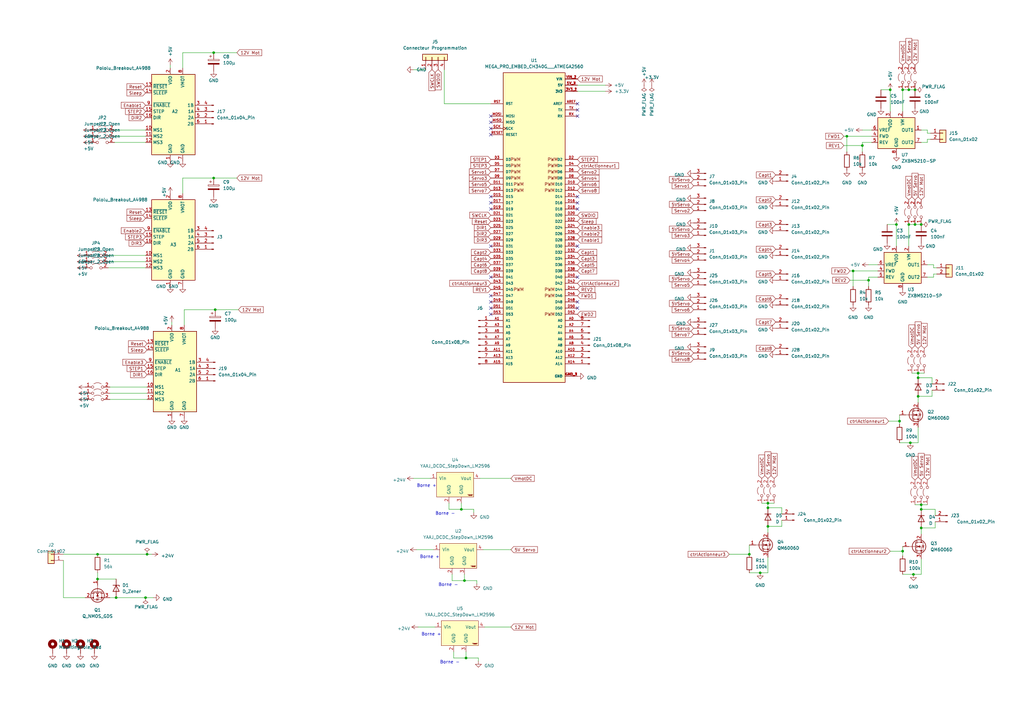
<source format=kicad_sch>
(kicad_sch (version 20230121) (generator eeschema)
  (paper "A3")
  (lib_symbols
    (symbol "Connector:Conn_01x02_Pin" (pin_names (offset 1.016) hide)
      (property "Reference" "J" (at 0 2.54 0))
      (property "Value" "Conn_01x02_Pin" (at 0 -5.08 0))
      (symbol "Conn_01x02_Pin_1_1"
        (pin passive line (at 5.08 0 180) (length 3.81) (name "Pin_1") (number "1"))
        (pin passive line (at 5.08 -2.54 180) (length 3.81) (name "Pin_2") (number "2"))
      )
    )
    (symbol "Connector:Conn_01x03_Pin" (pin_names (offset 1.016) hide)
      (property "Reference" "J" (at 0 5.08 0))
      (property "Value" "Conn_01x03_Pin" (at 0 -5.08 0))
      (symbol "Conn_01x03_Pin_1_1"
        (pin passive line (at 5.08 2.54 180) (length 3.81) (name "Pin_1") (number "1"))
        (pin passive line (at 5.08 0 180) (length 3.81) (name "Pin_2") (number "2"))
        (pin passive line (at 5.08 -2.54 180) (length 3.81) (name "Pin_3") (number "3"))
      )
    )
    (symbol "Connector:Conn_01x04_Pin" (pin_names (offset 1.016) hide)
      (property "Reference" "J" (at 0 5.08 0))
      (property "Value" "Conn_01x04_Pin" (at 0 -7.62 0))
      (symbol "Conn_01x04_Pin_1_1"
        (pin passive line (at 5.08 2.54 180) (length 3.81) (name "Pin_1") (number "1"))
        (pin passive line (at 5.08 0 180) (length 3.81) (name "Pin_2") (number "2"))
        (pin passive line (at 5.08 -2.54 180) (length 3.81) (name "Pin_3") (number "3"))
        (pin passive line (at 5.08 -5.08 180) (length 3.81) (name "Pin_4") (number "4"))
      )
    )
    (symbol "Connector:Conn_01x08_Pin" (pin_names (offset 1.016) hide)
      (property "Reference" "J" (at 0 10.16 0))
      (property "Value" "Conn_01x08_Pin" (at 0 -12.7 0))
      (symbol "Conn_01x08_Pin_1_1"
        (pin passive line (at 5.08 7.62 180) (length 3.81) (name "Pin_1") (number "1"))
        (pin passive line (at 5.08 5.08 180) (length 3.81) (name "Pin_2") (number "2"))
        (pin passive line (at 5.08 2.54 180) (length 3.81) (name "Pin_3") (number "3"))
        (pin passive line (at 5.08 0 180) (length 3.81) (name "Pin_4") (number "4"))
        (pin passive line (at 5.08 -2.54 180) (length 3.81) (name "Pin_5") (number "5"))
        (pin passive line (at 5.08 -5.08 180) (length 3.81) (name "Pin_6") (number "6"))
        (pin passive line (at 5.08 -7.62 180) (length 3.81) (name "Pin_7") (number "7"))
        (pin passive line (at 5.08 -10.16 180) (length 3.81) (name "Pin_8") (number "8"))
      )
    )
    (symbol "Connector_Generic:Conn_01x02" (pin_names (offset 1.016) hide)
      (property "Reference" "J" (at 0 2.54 0))
      (property "Value" "Conn_01x02" (at 0 -5.08 0))
      (symbol "Conn_01x02_1_1"
        (pin passive line (at -5.08 0 0) (length 3.81) (name "Pin_1") (number "1"))
        (pin passive line (at -5.08 -2.54 0) (length 3.81) (name "Pin_2") (number "2"))
      )
    )
    (symbol "Connector_Generic:Conn_01x04" (pin_names (offset 1.016) hide)
      (property "Reference" "J" (at 0 5.08 0))
      (property "Value" "Conn_01x04" (at 0 -7.62 0))
      (symbol "Conn_01x04_1_1"
        (pin passive line (at -5.08 2.54 0) (length 3.81) (name "Pin_1") (number "1"))
        (pin passive line (at -5.08 0 0) (length 3.81) (name "Pin_2") (number "2"))
        (pin passive line (at -5.08 -2.54 0) (length 3.81) (name "Pin_3") (number "3"))
        (pin passive line (at -5.08 -5.08 0) (length 3.81) (name "Pin_4") (number "4"))
      )
    )
    (symbol "Device:C" (pin_numbers hide) (pin_names (offset 0.254))
      (property "Reference" "C" (at 0.635 2.54 0))
      (property "Value" "C" (at 0.635 -2.54 0))
      (symbol "C_1_1"
        (pin passive line (at 0 3.81 270) (length 2.794) (name "~") (number "1"))
        (pin passive line (at 0 -3.81 90) (length 2.794) (name "~") (number "2"))
      )
    )
    (symbol "Device:C_Polarized" (pin_numbers hide) (pin_names (offset 0.254))
      (property "Reference" "C" (at 0.635 2.54 0))
      (property "Value" "C_Polarized" (at 0.635 -2.54 0))
      (symbol "C_Polarized_1_1"
        (pin passive line (at 0 3.81 270) (length 2.794) (name "~") (number "1"))
        (pin passive line (at 0 -3.81 90) (length 2.794) (name "~") (number "2"))
      )
    )
    (symbol "Device:D" (pin_numbers hide) (pin_names (offset 1.016) hide)
      (property "Reference" "D" (at 0 2.54 0))
      (property "Value" "D" (at 0 -2.54 0))
      (symbol "D_1_1"
        (pin passive line (at -3.81 0 0) (length 2.54) (name "K") (number "1"))
        (pin passive line (at 3.81 0 180) (length 2.54) (name "A") (number "2"))
      )
    )
    (symbol "Device:D_Zener" (pin_numbers hide) (pin_names (offset 1.016) hide)
      (property "Reference" "D" (at 0 2.54 0))
      (property "Value" "D_Zener" (at 0 -2.54 0))
      (symbol "D_Zener_1_1"
        (pin passive line (at -3.81 0 0) (length 2.54) (name "K") (number "1"))
        (pin passive line (at 3.81 0 180) (length 2.54) (name "A") (number "2"))
      )
    )
    (symbol "Device:Q_NMOS_GDS" (pin_names (offset 0) hide)
      (property "Reference" "Q" (at 5.08 1.27 0))
      (property "Value" "Q_NMOS_GDS" (at 5.08 -1.27 0))
      (symbol "Q_NMOS_GDS_1_1"
        (pin input line (at -5.08 0 0) (length 2.54) (name "G") (number "1"))
        (pin passive line (at 2.54 5.08 270) (length 2.54) (name "D") (number "2"))
        (pin passive line (at 2.54 -5.08 90) (length 2.54) (name "S") (number "3"))
      )
    )
    (symbol "Device:R" (pin_numbers hide) (pin_names (offset 0))
      (property "Reference" "R" (at 2.032 0 90))
      (property "Value" "R" (at 0 0 90))
      (symbol "R_1_1"
        (pin passive line (at 0 3.81 270) (length 1.27) (name "~") (number "1"))
        (pin passive line (at 0 -3.81 90) (length 1.27) (name "~") (number "2"))
      )
    )
    (symbol "Driver_Motor:Pololu_Breakout_A4988"
      (property "Reference" "A" (at -2.54 19.05 0))
      (property "Value" "Pololu_Breakout_A4988" (at -2.54 16.51 0))
      (symbol "Pololu_Breakout_A4988_1_1"
        (pin power_in line (at 0 -20.32 90) (length 2.54) (name "GND") (number "1"))
        (pin input line (at -10.16 -7.62 0) (length 2.54) (name "MS1") (number "10"))
        (pin input line (at -10.16 -10.16 0) (length 2.54) (name "MS2") (number "11"))
        (pin input line (at -10.16 -12.7 0) (length 2.54) (name "MS3") (number "12"))
        (pin input line (at -10.16 10.16 0) (length 2.54) (name "~{RESET}") (number "13"))
        (pin input line (at -10.16 7.62 0) (length 2.54) (name "~{SLEEP}") (number "14"))
        (pin input line (at -10.16 0 0) (length 2.54) (name "STEP") (number "15"))
        (pin input line (at -10.16 -2.54 0) (length 2.54) (name "DIR") (number "16"))
        (pin power_in line (at 0 17.78 270) (length 2.54) (name "VDD") (number "2"))
        (pin output line (at 12.7 2.54 180) (length 2.54) (name "1B") (number "3"))
        (pin output line (at 12.7 0 180) (length 2.54) (name "1A") (number "4"))
        (pin output line (at 12.7 -2.54 180) (length 2.54) (name "2A") (number "5"))
        (pin output line (at 12.7 -5.08 180) (length 2.54) (name "2B") (number "6"))
        (pin power_in line (at 5.08 -20.32 90) (length 2.54) (name "GND") (number "7"))
        (pin power_in line (at 5.08 17.78 270) (length 2.54) (name "VMOT") (number "8"))
        (pin input line (at -10.16 2.54 0) (length 2.54) (name "~{ENABLE}") (number "9"))
      )
    )
    (symbol "Driver_Motor:ZXBM5210-SP"
      (property "Reference" "U" (at -7.62 8.89 0))
      (property "Value" "ZXBM5210-SP" (at 10.16 8.89 0))
      (symbol "ZXBM5210-SP_0_0"
        (pin output line (at 10.16 2.54 180) (length 2.54) (name "OUT1") (number "1"))
        (pin power_in line (at 2.54 10.16 270) (length 2.54) (name "VM") (number "2"))
        (pin power_in line (at -2.54 10.16 270) (length 2.54) (name "VDD") (number "3"))
        (pin input line (at -10.16 0 0) (length 2.54) (name "FWD") (number "4"))
        (pin input line (at -10.16 -2.54 0) (length 2.54) (name "REV") (number "5"))
        (pin input line (at -10.16 2.54 0) (length 2.54) (name "VREF") (number "6"))
        (pin output line (at 10.16 -2.54 180) (length 2.54) (name "OUT2") (number "7"))
        (pin power_in line (at 0 -7.62 90) (length 2.54) (name "GND") (number "8"))
        (pin passive line (at 0 -7.62 90) (length 2.54) hide (name "GND") (number "9"))
      )
    )
    (symbol "GND_1" (power) (pin_names (offset 0))
      (property "Value" "GND_1" (at 0 -3.81 0))
      (symbol "GND_1_1_1"
        (pin power_in line (at 0 0 270) (length 0) hide (name "GND") (number "1"))
      )
    )
    (symbol "GND_2" (power) (pin_names (offset 0))
      (property "Value" "GND_2" (at 0 -3.81 0))
      (symbol "GND_2_1_1"
        (pin power_in line (at 0 0 270) (length 0) hide (name "GND") (number "1"))
      )
    )
    (symbol "GND_3" (power) (pin_names (offset 0))
      (property "Value" "GND_3" (at 0 -3.81 0))
      (symbol "GND_3_1_1"
        (pin power_in line (at 0 0 270) (length 0) hide (name "GND") (number "1"))
      )
    )
    (symbol "Jumper:Jumper_2_Open" (pin_names (offset 0) hide)
      (property "Reference" "JP" (at 0 2.794 0))
      (property "Value" "Jumper_2_Open" (at 0 -2.286 0))
      (symbol "Jumper_2_Open_1_1"
        (pin passive line (at -5.08 0 0) (length 2.54) (name "A") (number "1"))
        (pin passive line (at 5.08 0 180) (length 2.54) (name "B") (number "2"))
      )
    )
    (symbol "MEGA_PRO_EMBED_CH340G___ATMEGA2560:MEGA_PRO_EMBED_CH340G___ATMEGA2560" (pin_names (offset 1.016))
      (property "Reference" "U1" (at 0 68.58 0))
      (property "Value" "MEGA_PRO_EMBED_CH340G___ATMEGA2560" (at 0 66.04 0))
      (symbol "MEGA_PRO_EMBED_CH340G___ATMEGA2560_0_0"
        (pin power_in line (at 17.78 55.88 180) (length 5.08) (name "3V3") (number "3V3_1"))
        (pin power_in line (at 17.78 55.88 180) (length 5.08) (name "3V3") (number "3V3_2"))
        (pin power_in line (at 17.78 58.42 180) (length 5.08) (name "5V") (number "5V_1"))
        (pin power_in line (at 17.78 58.42 180) (length 5.08) (name "5V") (number "5V_2"))
        (pin power_in line (at 17.78 58.42 180) (length 5.08) (name "5V") (number "5V_3"))
        (pin bidirectional line (at 17.78 -38.1 180) (length 5.08) (name "A0") (number "A0"))
        (pin bidirectional line (at -17.78 -38.1 0) (length 5.08) (name "A1") (number "A1"))
        (pin bidirectional line (at 17.78 -50.8 180) (length 5.08) (name "A10") (number "A10"))
        (pin bidirectional line (at -17.78 -50.8 0) (length 5.08) (name "A11") (number "A11"))
        (pin bidirectional line (at 17.78 -53.34 180) (length 5.08) (name "A12") (number "A12"))
        (pin bidirectional line (at -17.78 -53.34 0) (length 5.08) (name "A13") (number "A13"))
        (pin bidirectional line (at 17.78 -55.88 180) (length 5.08) (name "A14") (number "A14"))
        (pin bidirectional line (at -17.78 -55.88 0) (length 5.08) (name "A15") (number "A15"))
        (pin bidirectional line (at 17.78 -40.64 180) (length 5.08) (name "A2") (number "A2"))
        (pin bidirectional line (at -17.78 -40.64 0) (length 5.08) (name "A3") (number "A3"))
        (pin bidirectional line (at 17.78 -43.18 180) (length 5.08) (name "A4") (number "A4"))
        (pin bidirectional line (at -17.78 -43.18 0) (length 5.08) (name "A5") (number "A5"))
        (pin bidirectional line (at 17.78 -45.72 180) (length 5.08) (name "A6") (number "A6"))
        (pin bidirectional line (at -17.78 -45.72 0) (length 5.08) (name "A7") (number "A7"))
        (pin bidirectional line (at 17.78 -48.26 180) (length 5.08) (name "A8") (number "A8"))
        (pin bidirectional line (at -17.78 -48.26 0) (length 5.08) (name "A9") (number "A9"))
        (pin bidirectional line (at 17.78 50.8 180) (length 5.08) (name "AREF") (number "AREF"))
        (pin bidirectional line (at 17.78 17.78 180) (length 5.08) (name "D10") (number "D10"))
        (pin bidirectional line (at -17.78 17.78 0) (length 5.08) (name "D11") (number "D11"))
        (pin bidirectional line (at 17.78 15.24 180) (length 5.08) (name "D12") (number "D12"))
        (pin bidirectional line (at -17.78 15.24 0) (length 5.08) (name "D13") (number "D13"))
        (pin bidirectional line (at 17.78 12.7 180) (length 5.08) (name "D14") (number "D14"))
        (pin bidirectional line (at -17.78 12.7 0) (length 5.08) (name "D15") (number "D15"))
        (pin bidirectional line (at 17.78 10.16 180) (length 5.08) (name "D16") (number "D16"))
        (pin bidirectional line (at -17.78 10.16 0) (length 5.08) (name "D17") (number "D17"))
        (pin bidirectional line (at 17.78 7.62 180) (length 5.08) (name "D18") (number "D18"))
        (pin bidirectional line (at -17.78 7.62 0) (length 5.08) (name "D19") (number "D19"))
        (pin bidirectional line (at 17.78 27.94 180) (length 5.08) (name "D2") (number "D2"))
        (pin bidirectional line (at 17.78 5.08 180) (length 5.08) (name "D20") (number "D20"))
        (pin bidirectional line (at -17.78 5.08 0) (length 5.08) (name "D21") (number "D21"))
        (pin bidirectional line (at 17.78 2.54 180) (length 5.08) (name "D22") (number "D22"))
        (pin bidirectional line (at -17.78 2.54 0) (length 5.08) (name "D23") (number "D23"))
        (pin bidirectional line (at 17.78 0 180) (length 5.08) (name "D24") (number "D24"))
        (pin bidirectional line (at -17.78 0 0) (length 5.08) (name "D25") (number "D25"))
        (pin bidirectional line (at 17.78 -2.54 180) (length 5.08) (name "D26") (number "D26"))
        (pin bidirectional line (at -17.78 -2.54 0) (length 5.08) (name "D27") (number "D27"))
        (pin bidirectional line (at 17.78 -5.08 180) (length 5.08) (name "D28") (number "D28"))
        (pin bidirectional line (at -17.78 -5.08 0) (length 5.08) (name "D29") (number "D29"))
        (pin bidirectional line (at -17.78 27.94 0) (length 5.08) (name "D3") (number "D3"))
        (pin bidirectional line (at 17.78 -7.62 180) (length 5.08) (name "D30") (number "D30"))
        (pin bidirectional line (at -17.78 -7.62 0) (length 5.08) (name "D31") (number "D31"))
        (pin bidirectional line (at 17.78 -10.16 180) (length 5.08) (name "D32") (number "D32"))
        (pin bidirectional line (at -17.78 -10.16 0) (length 5.08) (name "D33") (number "D33"))
        (pin bidirectional line (at 17.78 -12.7 180) (length 5.08) (name "D34") (number "D34"))
        (pin bidirectional line (at -17.78 -12.7 0) (length 5.08) (name "D35") (number "D35"))
        (pin bidirectional line (at 17.78 -15.24 180) (length 5.08) (name "D36") (number "D36"))
        (pin bidirectional line (at -17.78 -15.24 0) (length 5.08) (name "D37") (number "D37"))
        (pin bidirectional line (at 17.78 -17.78 180) (length 5.08) (name "D38") (number "D38"))
        (pin bidirectional line (at -17.78 -17.78 0) (length 5.08) (name "D39") (number "D39"))
        (pin bidirectional line (at 17.78 25.4 180) (length 5.08) (name "D4") (number "D4"))
        (pin bidirectional line (at 17.78 -20.32 180) (length 5.08) (name "D40") (number "D40"))
        (pin bidirectional line (at -17.78 -20.32 0) (length 5.08) (name "D41") (number "D41"))
        (pin bidirectional line (at 17.78 -22.86 180) (length 5.08) (name "D42") (number "D42"))
        (pin bidirectional line (at -17.78 -22.86 0) (length 5.08) (name "D43") (number "D43"))
        (pin bidirectional line (at 17.78 -25.4 180) (length 5.08) (name "D44") (number "D44"))
        (pin bidirectional line (at -17.78 -25.4 0) (length 5.08) (name "D45") (number "D45"))
        (pin bidirectional line (at 17.78 -27.94 180) (length 5.08) (name "D46") (number "D46"))
        (pin bidirectional line (at -17.78 -27.94 0) (length 5.08) (name "D47") (number "D47"))
        (pin bidirectional line (at 17.78 -30.48 180) (length 5.08) (name "D48") (number "D48"))
        (pin bidirectional line (at -17.78 -30.48 0) (length 5.08) (name "D49") (number "D49"))
        (pin bidirectional line (at -17.78 25.4 0) (length 5.08) (name "D5") (number "D5"))
        (pin bidirectional line (at 17.78 -33.02 180) (length 5.08) (name "D50") (number "D50"))
        (pin bidirectional line (at -17.78 -33.02 0) (length 5.08) (name "D51") (number "D51"))
        (pin bidirectional line (at 17.78 -35.56 180) (length 5.08) (name "D52") (number "D52"))
        (pin bidirectional line (at -17.78 -35.56 0) (length 5.08) (name "D53") (number "D53"))
        (pin bidirectional line (at 17.78 22.86 180) (length 5.08) (name "D6") (number "D6"))
        (pin bidirectional line (at -17.78 22.86 0) (length 5.08) (name "D7") (number "D7"))
        (pin bidirectional line (at 17.78 20.32 180) (length 5.08) (name "D8") (number "D8"))
        (pin bidirectional line (at -17.78 20.32 0) (length 5.08) (name "D9") (number "D9"))
        (pin power_in line (at 17.78 -60.96 180) (length 5.08) (name "GND") (number "GND_1"))
        (pin power_in line (at 17.78 -60.96 180) (length 5.08) (name "GND") (number "GND_2"))
        (pin power_in line (at 17.78 -60.96 180) (length 5.08) (name "GND") (number "GND_3"))
        (pin bidirectional line (at -17.78 43.18 0) (length 5.08) (name "MISO") (number "MISO"))
        (pin bidirectional line (at -17.78 45.72 0) (length 5.08) (name "MOSI") (number "MOSI"))
        (pin input line (at -17.78 38.1 0) (length 5.08) (name "RESET") (number "RESET"))
        (pin input line (at -17.78 50.8 0) (length 5.08) (name "RST") (number "RST"))
        (pin input line (at 17.78 45.72 180) (length 5.08) (name "RX") (number "RX"))
        (pin bidirectional clock (at -17.78 40.64 0) (length 5.08) (name "SCK") (number "SCK"))
        (pin output line (at 17.78 48.26 180) (length 5.08) (name "TX") (number "TX"))
        (pin power_in line (at 17.78 60.96 180) (length 5.08) (name "VIN") (number "VIN_1"))
        (pin power_in line (at 17.78 60.96 180) (length 5.08) (name "VIN") (number "VIN_2"))
      )
      (symbol "MEGA_PRO_EMBED_CH340G___ATMEGA2560_1_1"
        (text "PWM" (at -7.62 20.32 0) (effects (font (size 1.27 1.27))))
        (text "PWM" (at -7.62 22.86 0) (effects (font (size 1.27 1.27))))
        (text "PWM" (at -7.62 25.4 0) (effects (font (size 1.27 1.27))))
        (text "PWM" (at -7.62 27.94 0) (effects (font (size 1.27 1.27))))
        (text "PWM" (at -6.35 -25.4 0) (effects (font (size 1.27 1.27))))
        (text "PWM" (at -6.35 15.24 0) (effects (font (size 1.27 1.27))))
        (text "PWM" (at -6.35 17.78 0) (effects (font (size 1.27 1.27))))
        (text "PWM" (at 6.35 -35.56 0) (effects (font (size 1.27 1.27))))
        (text "PWM" (at 6.35 -27.94 0) (effects (font (size 1.27 1.27))))
        (text "PWM" (at 6.35 -25.4 0) (effects (font (size 1.27 1.27))))
        (text "PWM" (at 6.35 15.24 0) (effects (font (size 1.27 1.27))))
        (text "PWM" (at 6.35 17.78 0) (effects (font (size 1.27 1.27))))
        (text "PWM" (at 7.62 20.32 0) (effects (font (size 1.27 1.27))))
        (text "PWM" (at 7.62 22.86 0) (effects (font (size 1.27 1.27))))
        (text "PWM" (at 7.62 25.4 0) (effects (font (size 1.27 1.27))))
        (text "PWM" (at 7.62 27.94 0) (effects (font (size 1.27 1.27))))
      )
    )
    (symbol "Mechanical:MountingHole_Pad" (pin_numbers hide) (pin_names (offset 1.016) hide)
      (property "Reference" "H" (at 0 6.35 0))
      (property "Value" "MountingHole_Pad" (at 0 4.445 0))
      (symbol "MountingHole_Pad_1_1"
        (pin input line (at 0 -2.54 90) (length 2.54) (name "1") (number "1"))
      )
    )
    (symbol "Transistor_FET:QM6006D" (pin_names hide)
      (property "Reference" "Q" (at 5.08 1.905 0))
      (property "Value" "QM6006D" (at 5.08 0 0))
      (symbol "QM6006D_1_1"
        (pin input line (at -5.08 0 0) (length 2.54) (name "G") (number "1"))
        (pin passive line (at 2.54 5.08 270) (length 2.54) (name "D") (number "2"))
        (pin passive line (at 2.54 -5.08 90) (length 2.54) (name "S") (number "3"))
      )
    )
    (symbol "power:+24V" (power) (pin_names (offset 0))
      (property "Value" "+24V" (at 0 3.556 0))
      (symbol "+24V_1_1"
        (pin power_in line (at 0 0 90) (length 0) hide (name "+24V") (number "1"))
      )
    )
    (symbol "power:+3.3V" (power) (pin_names (offset 0))
      (property "Value" "+3.3V" (at 0 3.556 0))
      (symbol "+3.3V_1_1"
        (pin power_in line (at 0 0 90) (length 0) hide (name "+3.3V") (number "1"))
      )
    )
    (symbol "power:+5V" (power) (pin_names (offset 0))
      (property "Value" "+5V" (at 0 3.556 0))
      (symbol "+5V_1_1"
        (pin power_in line (at 0 0 90) (length 0) hide (name "+5V") (number "1"))
      )
    )
    (symbol "power:GND" (power) (pin_names (offset 0))
      (property "Value" "GND" (at 0 -3.81 0))
      (symbol "GND_1_1"
        (pin power_in line (at 0 0 270) (length 0) hide (name "GND") (number "1"))
      )
    )
    (symbol "power:PWR_FLAG" (power) (pin_numbers hide) (pin_names (offset 0) hide)
      (property "Value" "PWR_FLAG" (at 0 3.81 0))
      (symbol "PWR_FLAG_0_0"
        (pin power_out line (at 0 0 90) (length 0) (name "pwr") (number "1"))
      )
    )
    (symbol "yaaj_dcdc_stepdown_lm2596:YAAJ_DCDC_StepDown_LM2596" (pin_names (offset 1.016))
      (property "Reference" "U" (at -5.08 6.35 0))
      (property "Value" "YAAJ_DCDC_StepDown_LM2596" (at 0 11.43 0))
      (symbol "YAAJ_DCDC_StepDown_LM2596_1_1"
        (text "Y@@V" (at 6.1976 -4.2672 0) (effects (font (size 0.508 0.508))))
        (pin power_in line (at -10.16 2.54 0) (length 2.54) (name "Vin") (number "1"))
        (pin power_in line (at -2.54 -7.62 90) (length 2.54) (name "GND") (number "2"))
        (pin power_in line (at 2.54 -7.62 90) (length 2.54) (name "GND") (number "3"))
        (pin power_out line (at 10.16 2.54 180) (length 2.54) (name "Vout") (number "4"))
      )
    )
  )
  (junction (at 40.005 227.33))
  (junction (at 87.63 73.025))
  (junction (at 373.38 181.61))
  (junction (at 375.285 36.83))
  (junction (at 372.745 92.075))
  (junction (at 370.205 36.83))
  (junction (at 60.325 227.33))
  (junction (at 372.745 36.83))
  (junction (at 376.555 162.56))
  (junction (at 314.96 215.9))
  (junction (at 377.825 207.01))
  (junction (at 87.63 21.59))
  (junction (at 314.96 208.28))
  (junction (at 191.135 269.875))
  (junction (at 347.345 55.88))
  (junction (at 349.885 111.125))
  (junction (at 367.665 92.075))
  (junction (at 314.96 206.375))
  (junction (at 377.825 92.075))
  (junction (at 40.005 237.49))
  (junction (at 376.555 153.035))
  (junction (at 311.785 234.95))
  (junction (at 353.695 59.69))
  (junction (at 374.65 235.585))
  (junction (at 368.935 172.72))
  (junction (at 377.825 216.535))
  (junction (at 377.825 208.915))
  (junction (at 365.125 36.83))
  (junction (at 88.265 127))
  (junction (at 190.5 238.125))
  (junction (at 307.34 227.33))
  (junction (at 189.23 208.915))
  (junction (at 376.555 154.94))
  (junction (at 375.285 92.075))
  (junction (at 47.625 245.11))
  (junction (at 370.205 226.06))
  (junction (at 59.69 245.11))
  (junction (at 356.235 114.935))
  (no_connect (at 201.295 55.245))
  (no_connect (at 201.295 128.905))
  (no_connect (at 236.855 47.625))
  (no_connect (at 236.855 83.185))
  (no_connect (at 201.295 47.625))
  (no_connect (at 201.295 126.365))
  (no_connect (at 201.295 121.285))
  (no_connect (at 236.855 113.665))
  (no_connect (at 201.295 85.725))
  (no_connect (at 236.855 123.825))
  (no_connect (at 236.855 45.085))
  (no_connect (at 201.295 83.185))
  (no_connect (at 201.295 123.825))
  (no_connect (at 236.855 100.965))
  (no_connect (at 201.295 113.665))
  (no_connect (at 201.295 100.965))
  (no_connect (at 201.295 80.645))
  (no_connect (at 201.295 50.165))
  (no_connect (at 236.855 42.545))
  (no_connect (at 236.855 80.645))
  (no_connect (at 201.295 52.705))
  (no_connect (at 236.855 126.365))
  (no_connect (at 236.855 85.725))
  (wire (pts (xy 26.035 245.11) (xy 34.925 245.11)))
  (wire (pts (xy 312.42 206.375) (xy 314.96 206.375)))
  (wire (pts (xy 314.96 206.375) (xy 314.96 208.28)))
  (wire (pts (xy 320.675 208.28) (xy 314.96 208.28)))
  (wire (pts (xy 307.34 234.95) (xy 311.785 234.95)))
  (wire (pts (xy 40.005 227.33) (xy 60.325 227.33)))
  (wire (pts (xy 346.075 59.69) (xy 353.695 59.69)))
  (wire (pts (xy 380.365 108.585) (xy 382.905 108.585)))
  (wire (pts (xy 195.58 238.125) (xy 190.5 238.125)))
  (wire (pts (xy 299.085 227.33) (xy 307.34 227.33)))
  (wire (pts (xy 59.69 245.11) (xy 62.865 245.11)))
  (wire (pts (xy 349.885 111.125) (xy 360.045 111.125)))
  (wire (pts (xy 372.745 92.075) (xy 375.285 92.075)))
  (wire (pts (xy 26.035 227.33) (xy 40.005 227.33)))
  (wire (pts (xy 347.345 62.23) (xy 347.345 55.88)))
  (wire (pts (xy 361.315 36.83) (xy 365.125 36.83)))
  (wire (pts (xy 380.365 57.15) (xy 381.635 57.15)))
  (wire (pts (xy 170.815 225.425) (xy 177.8 225.425)))
  (wire (pts (xy 370.205 235.585) (xy 374.65 235.585)))
  (wire (pts (xy 198.12 225.425) (xy 209.55 225.425)))
  (wire (pts (xy 182.245 28.575) (xy 182.245 42.545)))
  (wire (pts (xy 311.785 234.95) (xy 314.96 234.95)))
  (wire (pts (xy 382.27 162.56) (xy 382.27 160.02)))
  (wire (pts (xy 314.96 215.9) (xy 320.675 215.9)))
  (wire (pts (xy 198.755 257.175) (xy 209.55 257.175)))
  (wire (pts (xy 383.54 208.915) (xy 377.825 208.915)))
  (wire (pts (xy 87.63 73.025) (xy 97.155 73.025)))
  (wire (pts (xy 370.205 226.06) (xy 370.205 227.965)))
  (wire (pts (xy 44.45 104.775) (xy 59.69 104.775)))
  (wire (pts (xy 40.005 234.95) (xy 40.005 237.49)))
  (wire (pts (xy 372.745 36.83) (xy 375.285 36.83)))
  (wire (pts (xy 377.825 229.235) (xy 377.825 235.585)))
  (wire (pts (xy 196.215 269.875) (xy 196.215 271.145)))
  (wire (pts (xy 377.825 53.34) (xy 380.365 53.34)))
  (wire (pts (xy 376.555 162.56) (xy 376.555 165.1)))
  (wire (pts (xy 374.65 235.585) (xy 377.825 235.585)))
  (wire (pts (xy 185.42 235.585) (xy 185.42 238.125)))
  (wire (pts (xy 182.245 42.545) (xy 201.295 42.545)))
  (wire (pts (xy 365.125 36.83) (xy 365.125 45.72)))
  (wire (pts (xy 380.365 53.34) (xy 380.365 54.61)))
  (wire (pts (xy 45.085 158.75) (xy 60.325 158.75)))
  (wire (pts (xy 376.555 162.56) (xy 382.27 162.56)))
  (wire (pts (xy 347.345 55.88) (xy 357.505 55.88)))
  (wire (pts (xy 370.205 36.83) (xy 370.205 45.72)))
  (wire (pts (xy 45.085 245.11) (xy 47.625 245.11)))
  (wire (pts (xy 377.825 207.01) (xy 377.825 208.915)))
  (wire (pts (xy 185.42 238.125) (xy 190.5 238.125)))
  (wire (pts (xy 196.215 269.875) (xy 191.135 269.875)))
  (wire (pts (xy 69.85 26.67) (xy 69.85 27.94)))
  (wire (pts (xy 377.825 216.535) (xy 383.54 216.535)))
  (wire (pts (xy 377.825 216.535) (xy 377.825 219.075)))
  (wire (pts (xy 368.935 172.72) (xy 368.935 173.99)))
  (wire (pts (xy 382.905 109.855) (xy 384.175 109.855)))
  (wire (pts (xy 349.885 117.475) (xy 349.885 111.125)))
  (wire (pts (xy 169.545 28.575) (xy 174.625 28.575)))
  (wire (pts (xy 376.555 175.26) (xy 376.555 181.61)))
  (wire (pts (xy 169.545 196.215) (xy 176.53 196.215)))
  (wire (pts (xy 380.365 113.665) (xy 382.905 113.665)))
  (wire (pts (xy 236.855 34.925) (xy 248.285 34.925)))
  (wire (pts (xy 320.675 210.82) (xy 320.675 208.28)))
  (wire (pts (xy 382.905 113.665) (xy 382.905 112.395)))
  (wire (pts (xy 26.035 229.87) (xy 26.035 245.11)))
  (wire (pts (xy 364.49 172.72) (xy 368.935 172.72)))
  (wire (pts (xy 47.625 245.11) (xy 59.69 245.11)))
  (wire (pts (xy 70.485 132.08) (xy 70.485 133.35)))
  (wire (pts (xy 184.15 206.375) (xy 184.15 208.915)))
  (wire (pts (xy 320.675 215.9) (xy 320.675 213.36)))
  (wire (pts (xy 377.825 207.01) (xy 380.365 207.01)))
  (wire (pts (xy 382.27 157.48) (xy 382.27 154.94)))
  (wire (pts (xy 348.615 111.125) (xy 349.885 111.125)))
  (wire (pts (xy 74.93 73.025) (xy 87.63 73.025)))
  (wire (pts (xy 372.745 92.075) (xy 372.745 100.965)))
  (wire (pts (xy 377.825 58.42) (xy 380.365 58.42)))
  (wire (pts (xy 365.125 226.06) (xy 370.205 226.06)))
  (wire (pts (xy 353.695 59.69) (xy 353.695 58.42)))
  (wire (pts (xy 367.665 92.075) (xy 367.665 100.965)))
  (wire (pts (xy 191.135 267.335) (xy 191.135 269.875)))
  (wire (pts (xy 353.695 62.23) (xy 353.695 59.69)))
  (wire (pts (xy 368.935 170.18) (xy 368.935 172.72)))
  (wire (pts (xy 376.555 153.035) (xy 379.095 153.035)))
  (wire (pts (xy 194.31 208.915) (xy 194.31 210.185)))
  (wire (pts (xy 380.365 58.42) (xy 380.365 57.15)))
  (wire (pts (xy 45.085 161.29) (xy 60.325 161.29)))
  (wire (pts (xy 346.075 55.88) (xy 347.345 55.88)))
  (wire (pts (xy 184.15 208.915) (xy 189.23 208.915)))
  (wire (pts (xy 190.5 235.585) (xy 190.5 238.125)))
  (wire (pts (xy 382.27 154.94) (xy 376.555 154.94)))
  (wire (pts (xy 353.695 58.42) (xy 357.505 58.42)))
  (wire (pts (xy 383.54 211.455) (xy 383.54 208.915)))
  (wire (pts (xy 376.555 153.035) (xy 376.555 154.94)))
  (wire (pts (xy 380.365 54.61) (xy 381.635 54.61)))
  (wire (pts (xy 46.99 55.88) (xy 59.69 55.88)))
  (wire (pts (xy 74.93 21.59) (xy 87.63 21.59)))
  (wire (pts (xy 314.96 228.6) (xy 314.96 234.95)))
  (wire (pts (xy 189.23 206.375) (xy 189.23 208.915)))
  (wire (pts (xy 75.565 127) (xy 75.565 133.35)))
  (wire (pts (xy 44.45 109.855) (xy 59.69 109.855)))
  (wire (pts (xy 374.015 153.035) (xy 376.555 153.035)))
  (wire (pts (xy 46.99 58.42) (xy 59.69 58.42)))
  (wire (pts (xy 375.285 92.075) (xy 377.825 92.075)))
  (wire (pts (xy 356.235 113.665) (xy 360.045 113.665)))
  (wire (pts (xy 370.205 224.155) (xy 370.205 226.06)))
  (wire (pts (xy 356.235 117.475) (xy 356.235 114.935)))
  (wire (pts (xy 186.055 267.335) (xy 186.055 269.875)))
  (wire (pts (xy 370.205 36.83) (xy 372.745 36.83)))
  (wire (pts (xy 44.45 107.315) (xy 59.69 107.315)))
  (wire (pts (xy 348.615 114.935) (xy 356.235 114.935)))
  (wire (pts (xy 307.34 223.52) (xy 307.34 227.33)))
  (wire (pts (xy 40.005 237.49) (xy 47.625 237.49)))
  (wire (pts (xy 74.93 73.025) (xy 74.93 79.375)))
  (wire (pts (xy 87.63 21.59) (xy 97.155 21.59)))
  (wire (pts (xy 196.85 196.215) (xy 209.55 196.215)))
  (wire (pts (xy 236.855 37.465) (xy 248.285 37.465)))
  (wire (pts (xy 60.325 227.33) (xy 62.23 227.33)))
  (wire (pts (xy 75.565 127) (xy 88.265 127)))
  (wire (pts (xy 356.235 108.585) (xy 360.045 108.585)))
  (wire (pts (xy 375.285 207.01) (xy 377.825 207.01)))
  (wire (pts (xy 356.235 114.935) (xy 356.235 113.665)))
  (wire (pts (xy 314.96 206.375) (xy 317.5 206.375)))
  (wire (pts (xy 373.38 181.61) (xy 376.555 181.61)))
  (wire (pts (xy 382.905 108.585) (xy 382.905 109.855)))
  (wire (pts (xy 194.31 208.915) (xy 189.23 208.915)))
  (wire (pts (xy 45.085 163.83) (xy 60.325 163.83)))
  (wire (pts (xy 368.935 181.61) (xy 373.38 181.61)))
  (wire (pts (xy 195.58 238.125) (xy 195.58 239.395)))
  (wire (pts (xy 363.855 92.075) (xy 367.665 92.075)))
  (wire (pts (xy 74.93 21.59) (xy 74.93 27.94)))
  (wire (pts (xy 314.96 215.9) (xy 314.96 218.44)))
  (wire (pts (xy 353.695 53.34) (xy 357.505 53.34)))
  (wire (pts (xy 186.055 269.875) (xy 191.135 269.875)))
  (wire (pts (xy 382.905 112.395) (xy 384.175 112.395)))
  (wire (pts (xy 383.54 216.535) (xy 383.54 213.995)))
  (wire (pts (xy 88.265 127) (xy 97.79 127)))
  (wire (pts (xy 171.45 257.175) (xy 178.435 257.175)))
  (wire (pts (xy 46.99 53.34) (xy 59.69 53.34)))
  (text "Borne +\n" (at 179.07 200.025 0) (effects (font (size 1.27 1.27)) (justify right bottom)))
  (text "Borne -\n" (at 187.96 240.665 0) (effects (font (size 1.27 1.27)) (justify right bottom)))
  (text "Borne -\n" (at 186.69 211.455 0) (effects (font (size 1.27 1.27)) (justify right bottom)))
  (text "Borne -\n" (at 188.595 272.415 0) (effects (font (size 1.27 1.27)) (justify right bottom)))
  (text "Borne +\n" (at 180.975 260.985 0) (effects (font (size 1.27 1.27)) (justify right bottom)))
  (text "Borne +\n" (at 180.34 229.235 0) (effects (font (size 1.27 1.27)) (justify right bottom)))
  (global_label "Servo1" (shape input) (at 201.295 70.485 180) (property "Intersheetrefs" "${INTERSHEET_REFS}" (effects hide)))
  (global_label "Servo7" (shape input) (at 284.48 137.16 180) (property "Intersheetrefs" "${INTERSHEET_REFS}" (effects hide)))
  (global_label "Capt1" (shape input) (at 318.135 71.755 180) (property "Intersheetrefs" "${INTERSHEET_REFS}" (effects hide)))
  (global_label "Reset" (shape input) (at 60.325 140.97 180) (property "Intersheetrefs" "${INTERSHEET_REFS}" (effects hide)))
  (global_label "VmotDC" (shape input) (at 370.205 26.67 90) (property "Intersheetrefs" "${INTERSHEET_REFS}" (effects hide)))
  (global_label "5VServo" (shape input) (at 284.48 114.3 180) (property "Intersheetrefs" "${INTERSHEET_REFS}" (effects hide)))
  (global_label "5VServo" (shape input) (at 284.48 73.66 180) (property "Intersheetrefs" "${INTERSHEET_REFS}" (effects hide)))
  (global_label "12V Mot" (shape input) (at 379.095 142.875 90) (property "Intersheetrefs" "${INTERSHEET_REFS}" (effects hide)))
  (global_label "VmotDC" (shape input) (at 372.745 81.915 90) (property "Intersheetrefs" "${INTERSHEET_REFS}" (effects hide)))
  (global_label "12V Mot" (shape input) (at 377.825 81.915 90) (property "Intersheetrefs" "${INTERSHEET_REFS}" (effects hide)))
  (global_label "Servo2" (shape input) (at 284.48 86.36 180) (property "Intersheetrefs" "${INTERSHEET_REFS}" (effects hide)))
  (global_label "Servo2" (shape input) (at 236.855 70.485 0) (property "Intersheetrefs" "${INTERSHEET_REFS}" (effects hide)))
  (global_label "SWDIO" (shape input) (at 236.855 88.265 0) (property "Intersheetrefs" "${INTERSHEET_REFS}" (effects hide)))
  (global_label "DIR3" (shape input) (at 59.69 99.695 180) (property "Intersheetrefs" "${INTERSHEET_REFS}" (effects hide)))
  (global_label "12V Mot" (shape input) (at 236.855 32.385 0) (property "Intersheetrefs" "${INTERSHEET_REFS}" (effects hide)))
  (global_label "5V Servo" (shape input) (at 372.745 26.67 90) (property "Intersheetrefs" "${INTERSHEET_REFS}" (effects hide)))
  (global_label "REV2" (shape input) (at 348.615 114.935 180) (property "Intersheetrefs" "${INTERSHEET_REFS}" (effects hide)))
  (global_label "5V Servo" (shape input) (at 375.285 81.915 90) (property "Intersheetrefs" "${INTERSHEET_REFS}" (effects hide)))
  (global_label "STEP2" (shape input) (at 236.855 65.405 0) (property "Intersheetrefs" "${INTERSHEET_REFS}" (effects hide)))
  (global_label "STEP3" (shape input) (at 201.295 67.945 180) (property "Intersheetrefs" "${INTERSHEET_REFS}" (effects hide)))
  (global_label "FWD1" (shape input) (at 236.855 121.285 0) (property "Intersheetrefs" "${INTERSHEET_REFS}" (effects hide)))
  (global_label "FWD2" (shape input) (at 348.615 111.125 180) (property "Intersheetrefs" "${INTERSHEET_REFS}" (effects hide)))
  (global_label "Enable1" (shape input) (at 59.69 43.18 180) (property "Intersheetrefs" "${INTERSHEET_REFS}" (effects hide)))
  (global_label "VmotDC" (shape input) (at 375.285 196.85 90) (property "Intersheetrefs" "${INTERSHEET_REFS}" (effects hide)))
  (global_label "12V Mot" (shape input) (at 97.155 73.025 0) (property "Intersheetrefs" "${INTERSHEET_REFS}" (effects hide)))
  (global_label "Servo6" (shape input) (at 284.48 127 180) (property "Intersheetrefs" "${INTERSHEET_REFS}" (effects hide)))
  (global_label "DIR3" (shape input) (at 201.295 98.425 180) (property "Intersheetrefs" "${INTERSHEET_REFS}" (effects hide)))
  (global_label "Enable3" (shape input) (at 236.855 93.345 0) (property "Intersheetrefs" "${INTERSHEET_REFS}" (effects hide)))
  (global_label "5VServo" (shape input) (at 284.48 93.98 180) (property "Intersheetrefs" "${INTERSHEET_REFS}" (effects hide)))
  (global_label "Servo8" (shape input) (at 236.855 78.105 0) (property "Intersheetrefs" "${INTERSHEET_REFS}" (effects hide)))
  (global_label "ctrlActionneur2" (shape input) (at 236.855 116.205 0) (property "Intersheetrefs" "${INTERSHEET_REFS}" (effects hide)))
  (global_label "5VServo" (shape input) (at 284.48 144.78 180) (property "Intersheetrefs" "${INTERSHEET_REFS}" (effects hide)))
  (global_label "VmotDC" (shape input) (at 312.42 196.215 90) (property "Intersheetrefs" "${INTERSHEET_REFS}" (effects hide)))
  (global_label "Enable3" (shape input) (at 60.325 148.59 180) (property "Intersheetrefs" "${INTERSHEET_REFS}" (effects hide)))
  (global_label "STEP1" (shape input) (at 201.295 65.405 180) (property "Intersheetrefs" "${INTERSHEET_REFS}" (effects hide)))
  (global_label "Servo3" (shape input) (at 284.48 96.52 180) (property "Intersheetrefs" "${INTERSHEET_REFS}" (effects hide)))
  (global_label "Reset" (shape input) (at 59.69 35.56 180) (property "Intersheetrefs" "${INTERSHEET_REFS}" (effects hide)))
  (global_label "STEP3" (shape input) (at 59.69 97.155 180) (property "Intersheetrefs" "${INTERSHEET_REFS}" (effects hide)))
  (global_label "Capt4" (shape input) (at 318.135 102.235 180) (property "Intersheetrefs" "${INTERSHEET_REFS}" (effects hide)))
  (global_label "Reset" (shape input) (at 201.295 90.805 180) (property "Intersheetrefs" "${INTERSHEET_REFS}" (effects hide)))
  (global_label "STEP1" (shape input) (at 60.325 151.13 180) (property "Intersheetrefs" "${INTERSHEET_REFS}" (effects hide)))
  (global_label "12V Mot" (shape input) (at 375.285 26.67 90) (property "Intersheetrefs" "${INTERSHEET_REFS}" (effects hide)))
  (global_label "DIR1" (shape input) (at 60.325 153.67 180) (property "Intersheetrefs" "${INTERSHEET_REFS}" (effects hide)))
  (global_label "5VServo" (shape input) (at 284.48 104.14 180) (property "Intersheetrefs" "${INTERSHEET_REFS}" (effects hide)))
  (global_label "ctrlActionneur3" (shape input) (at 299.085 227.33 180) (property "Intersheetrefs" "${INTERSHEET_REFS}" (effects hide)))
  (global_label "5V Servo" (shape input) (at 209.55 225.425 0) (property "Intersheetrefs" "${INTERSHEET_REFS}" (effects hide)))
  (global_label "STEP2" (shape input) (at 59.69 45.72 180) (property "Intersheetrefs" "${INTERSHEET_REFS}" (effects hide)))
  (global_label "FWD2" (shape input) (at 236.855 128.905 0) (property "Intersheetrefs" "${INTERSHEET_REFS}" (effects hide)))
  (global_label "12V Mot" (shape input) (at 97.155 21.59 0) (property "Intersheetrefs" "${INTERSHEET_REFS}" (effects hide)))
  (global_label "5V Servo" (shape input) (at 314.96 196.215 90) (property "Intersheetrefs" "${INTERSHEET_REFS}" (effects hide)))
  (global_label "5V Servo" (shape input) (at 377.825 196.85 90) (property "Intersheetrefs" "${INTERSHEET_REFS}" (effects hide)))
  (global_label "Capt3" (shape input) (at 318.135 92.075 180) (property "Intersheetrefs" "${INTERSHEET_REFS}" (effects hide)))
  (global_label "5VServo" (shape input) (at 284.48 124.46 180) (property "Intersheetrefs" "${INTERSHEET_REFS}" (effects hide)))
  (global_label "Capt5" (shape input) (at 236.855 108.585 0) (property "Intersheetrefs" "${INTERSHEET_REFS}" (effects hide)))
  (global_label "Servo7" (shape input) (at 201.295 78.105 180) (property "Intersheetrefs" "${INTERSHEET_REFS}" (effects hide)))
  (global_label "ctrlActionneur3" (shape input) (at 201.295 116.205 180) (property "Intersheetrefs" "${INTERSHEET_REFS}" (effects hide)))
  (global_label "DIR2" (shape input) (at 201.295 95.885 180) (property "Intersheetrefs" "${INTERSHEET_REFS}" (effects hide)))
  (global_label "Sleep" (shape input) (at 59.69 38.1 180) (property "Intersheetrefs" "${INTERSHEET_REFS}" (effects hide)))
  (global_label "Sleep" (shape input) (at 236.855 90.805 0) (property "Intersheetrefs" "${INTERSHEET_REFS}" (effects hide)))
  (global_label "Capt5" (shape input) (at 318.135 112.395 180) (property "Intersheetrefs" "${INTERSHEET_REFS}" (effects hide)))
  (global_label "Servo5" (shape input) (at 201.295 75.565 180) (property "Intersheetrefs" "${INTERSHEET_REFS}" (effects hide)))
  (global_label "Servo4" (shape input) (at 236.855 73.025 0) (property "Intersheetrefs" "${INTERSHEET_REFS}" (effects hide)))
  (global_label "REV2" (shape input) (at 236.855 118.745 0) (property "Intersheetrefs" "${INTERSHEET_REFS}" (effects hide)))
  (global_label "VmotDC" (shape input) (at 209.55 196.215 0) (property "Intersheetrefs" "${INTERSHEET_REFS}" (effects hide)))
  (global_label "Servo3" (shape input) (at 201.295 73.025 180) (property "Intersheetrefs" "${INTERSHEET_REFS}" (effects hide)))
  (global_label "Servo6" (shape input) (at 236.855 75.565 0) (property "Intersheetrefs" "${INTERSHEET_REFS}" (effects hide)))
  (global_label "Enable2" (shape input) (at 59.69 94.615 180) (property "Intersheetrefs" "${INTERSHEET_REFS}" (effects hide)))
  (global_label "ctrlActionneur1" (shape input) (at 364.49 172.72 180) (property "Intersheetrefs" "${INTERSHEET_REFS}" (effects hide)))
  (global_label "12V Mot" (shape input) (at 209.55 257.175 0) (property "Intersheetrefs" "${INTERSHEET_REFS}" (effects hide)))
  (global_label "Capt6" (shape input) (at 318.135 122.555 180) (property "Intersheetrefs" "${INTERSHEET_REFS}" (effects hide)))
  (global_label "Enable1" (shape input) (at 236.855 98.425 0) (property "Intersheetrefs" "${INTERSHEET_REFS}" (effects hide)))
  (global_label "FWD1" (shape input) (at 346.075 55.88 180) (property "Intersheetrefs" "${INTERSHEET_REFS}" (effects hide)))
  (global_label "Servo8" (shape input) (at 284.48 147.32 180) (property "Intersheetrefs" "${INTERSHEET_REFS}" (effects hide)))
  (global_label "VmotDC" (shape input) (at 374.015 142.875 90) (property "Intersheetrefs" "${INTERSHEET_REFS}" (effects hide)))
  (global_label "Capt7" (shape input) (at 318.135 132.08 180) (property "Intersheetrefs" "${INTERSHEET_REFS}" (effects hide)))
  (global_label "Servo4" (shape input) (at 284.48 106.68 180) (property "Intersheetrefs" "${INTERSHEET_REFS}" (effects hide)))
  (global_label "REV1" (shape input) (at 346.075 59.69 180) (property "Intersheetrefs" "${INTERSHEET_REFS}" (effects hide)))
  (global_label "Reset" (shape input) (at 59.69 86.995 180) (property "Intersheetrefs" "${INTERSHEET_REFS}" (effects hide)))
  (global_label "Capt4" (shape input) (at 201.295 106.045 180) (property "Intersheetrefs" "${INTERSHEET_REFS}" (effects hide)))
  (global_label "Capt2" (shape input) (at 201.295 103.505 180) (property "Intersheetrefs" "${INTERSHEET_REFS}" (effects hide)))
  (global_label "12V Mot" (shape input) (at 317.5 196.215 90) (property "Intersheetrefs" "${INTERSHEET_REFS}" (effects hide)))
  (global_label "DIR2" (shape input) (at 59.69 48.26 180) (property "Intersheetrefs" "${INTERSHEET_REFS}" (effects hide)))
  (global_label "Enable2" (shape input) (at 236.855 95.885 0) (property "Intersheetrefs" "${INTERSHEET_REFS}" (effects hide)))
  (global_label "Capt3" (shape input) (at 236.855 106.045 0) (property "Intersheetrefs" "${INTERSHEET_REFS}" (effects hide)))
  (global_label "SWCLK" (shape input) (at 201.295 88.265 180) (property "Intersheetrefs" "${INTERSHEET_REFS}" (effects hide)))
  (global_label "Capt8" (shape input) (at 318.135 142.875 180) (property "Intersheetrefs" "${INTERSHEET_REFS}" (effects hide)))
  (global_label "5V Servo" (shape input) (at 376.555 142.875 90) (property "Intersheetrefs" "${INTERSHEET_REFS}" (effects hide)))
  (global_label "Capt6" (shape input) (at 201.295 108.585 180) (property "Intersheetrefs" "${INTERSHEET_REFS}" (effects hide)))
  (global_label "5VServo" (shape input) (at 284.48 134.62 180) (property "Intersheetrefs" "${INTERSHEET_REFS}" (effects hide)))
  (global_label "Sleep" (shape input) (at 59.69 89.535 180) (property "Intersheetrefs" "${INTERSHEET_REFS}" (effects hide)))
  (global_label "Servo5" (shape input) (at 284.48 116.84 180) (property "Intersheetrefs" "${INTERSHEET_REFS}" (effects hide)))
  (global_label "SWDIO" (shape input) (at 179.705 28.575 270) (property "Intersheetrefs" "${INTERSHEET_REFS}" (effects hide)))
  (global_label "DIR1" (shape input) (at 201.295 93.345 180) (property "Intersheetrefs" "${INTERSHEET_REFS}" (effects hide)))
  (global_label "5VServo" (shape input) (at 284.48 83.82 180) (property "Intersheetrefs" "${INTERSHEET_REFS}" (effects hide)))
  (global_label "12V Mot" (shape input) (at 380.365 196.85 90) (property "Intersheetrefs" "${INTERSHEET_REFS}" (effects hide)))
  (global_label "ctrlActionneur2" (shape input) (at 365.125 226.06 180) (property "Intersheetrefs" "${INTERSHEET_REFS}" (effects hide)))
  (global_label "Capt8" (shape input) (at 201.295 111.125 180) (property "Intersheetrefs" "${INTERSHEET_REFS}" (effects hide)))
  (global_label "Sleep" (shape input) (at 60.325 143.51 180) (property "Intersheetrefs" "${INTERSHEET_REFS}" (effects hide)))
  (global_label "REV1" (shape input) (at 201.295 118.745 180) (property "Intersheetrefs" "${INTERSHEET_REFS}" (effects hide)))
  (global_label "Servo1" (shape input) (at 284.48 76.2 180) (property "Intersheetrefs" "${INTERSHEET_REFS}" (effects hide)))
  (global_label "Capt1" (shape input) (at 236.855 103.505 0) (property "Intersheetrefs" "${INTERSHEET_REFS}" (effects hide)))
  (global_label "ctrlActionneur1" (shape input) (at 236.855 67.945 0) (property "Intersheetrefs" "${INTERSHEET_REFS}" (effects hide)))
  (global_label "Capt2" (shape input) (at 318.135 81.915 180) (property "Intersheetrefs" "${INTERSHEET_REFS}" (effects hide)))
  (global_label "SWCLK" (shape input) (at 177.165 28.575 270) (property "Intersheetrefs" "${INTERSHEET_REFS}" (effects hide)))
  (global_label "12V Mot" (shape input) (at 97.79 127 0) (property "Intersheetrefs" "${INTERSHEET_REFS}" (effects hide)))
  (global_label "Capt7" (shape input) (at 236.855 111.125 0) (property "Intersheetrefs" "${INTERSHEET_REFS}" (effects hide)))
  (symbol (lib_id "Connector:Conn_01x02_Pin") (at 323.215 125.095 180) (unit 1)
    (property "Reference" "J18" (at 324.485 123.19 0) (effects (justify right)))
    (property "Value" "Conn_01x02_Pin" (at 324.485 125.73 0) (effects (justify right)))
    (property "Footprint" "Connector_PinHeader_2.54mm:PinHeader_1x02_P2.54mm_Vertical" (effects hide))
  )
  (symbol (lib_id "Jumper:Jumper_2_Open") (at 41.91 53.34 0) (unit 1)
    (property "Reference" "JP2" (at 41.91 48.26 0))
    (property "Value" "Jumper_2_Open" (at 41.91 50.8 0))
    (property "Footprint" "Jumper:SolderJumper-2_P1.3mm_Open_TrianglePad1.0x1.5mm" (effects hide))
  )
  (symbol (lib_id "power:+5V") (at 353.695 53.34 90) (unit 1)
    (property "Reference" "#PWR015" (effects hide))
    (property "Value" "+5V" (at 346.075 53.34 90) (effects (justify right)))
  )
  (symbol (lib_id "Connector:Conn_01x03_Pin") (at 289.56 104.14 180) (unit 1)
    (property "Reference" "J1" (at 290.83 102.87 0) (effects (justify right)))
    (property "Value" "Conn_01x03_Pin" (at 290.83 105.41 0) (effects (justify right)))
    (property "Footprint" "Connector_PinHeader_2.54mm:PinHeader_1x03_P2.54mm_Vertical" (effects hide))
  )
  (symbol (lib_id "power:+5V") (at 248.285 34.925 270) (unit 1)
    (property "Reference" "#PWR016" (effects hide))
    (property "Value" "+5V" (at 255.905 34.925 90) (effects (justify right)))
  )
  (symbol (lib_id "power:GND") (at 21.59 267.97 0) (unit 1)
    (property "Reference" "#PWR01" (effects hide))
    (property "Value" "GND" (at 21.59 273.05 0))
  )
  (symbol (lib_id "Driver_Motor:Pololu_Breakout_A4988") (at 70.485 151.13 0) (unit 1)
    (property "Reference" "A1" (at 71.755 151.765 0) (effects (justify left)))
    (property "Value" "Pololu_Breakout_A4988" (at 38.735 134.62 0) (effects (justify left)))
    (property "Footprint" "Module:Pololu_Breakout-16_15.2x20.3mm" (effects hide))
    (property "Datasheet" "https://www.pololu.com/product/2980/pictures" (effects hide))
  )
  (symbol (lib_id "power:+5V") (at 34.925 163.83 90) (unit 1)
    (property "Reference" "#PWR045" (effects hide))
    (property "Value" "+5V" (at 32.385 166.37 90) (effects (justify right)))
  )
  (symbol (lib_id "Connector:Conn_01x02_Pin") (at 323.215 74.295 180) (unit 1)
    (property "Reference" "J4" (at 324.485 72.39 0) (effects (justify right)))
    (property "Value" "Conn_01x02_Pin" (at 324.485 74.93 0) (effects (justify right)))
    (property "Footprint" "Connector_PinHeader_2.54mm:PinHeader_1x02_P2.54mm_Vertical" (effects hide))
  )
  (symbol (lib_name "GND_1") (lib_id "power:GND") (at 88.265 134.62 0) (unit 1)
    (property "Reference" "#PWR049" (effects hide))
    (property "Value" "GND" (at 88.265 138.43 0))
  )
  (symbol (lib_name "GND_3") (lib_id "power:GND") (at 318.135 84.455 270) (unit 1)
    (property "Reference" "#PWR08" (effects hide))
    (property "Value" "GND" (at 314.96 85.09 90) (effects (justify right)))
  )
  (symbol (lib_name "GND_3") (lib_id "power:GND") (at 318.135 74.295 270) (unit 1)
    (property "Reference" "#PWR06" (effects hide))
    (property "Value" "GND" (at 314.96 74.93 90) (effects (justify right)))
  )
  (symbol (lib_name "GND_1") (lib_id "power:GND") (at 374.65 235.585 0) (unit 1)
    (property "Reference" "#PWR051" (effects hide))
    (property "Value" "GND" (at 374.65 240.665 0))
  )
  (symbol (lib_id "power:+5V") (at 36.83 53.34 90) (unit 1)
    (property "Reference" "#PWR046" (effects hide))
    (property "Value" "+5V" (at 34.29 55.88 90) (effects (justify right)))
  )
  (symbol (lib_id "Mechanical:MountingHole_Pad") (at 27.305 265.43 0) (unit 1)
    (property "Reference" "H2" (at 29.21 262.8899 0) (effects (justify left)))
    (property "Value" "MountingHole_Pad" (effects hide))
    (property "Footprint" "MountingHole:MountingHole_3.2mm_M3_Pad_Via" (effects hide))
  )
  (symbol (lib_name "GND_1") (lib_id "power:GND") (at 284.48 142.24 270) (unit 1)
    (property "Reference" "#PWR062" (effects hide))
    (property "Value" "GND" (at 280.67 142.875 90) (effects (justify right)))
  )
  (symbol (lib_id "Connector:Conn_01x02_Pin") (at 323.215 104.775 180) (unit 1)
    (property "Reference" "J14" (at 324.485 102.87 0) (effects (justify right)))
    (property "Value" "Conn_01x02_Pin" (at 324.485 105.41 0) (effects (justify right)))
    (property "Footprint" "Connector_PinHeader_2.54mm:PinHeader_1x02_P2.54mm_Vertical" (effects hide))
  )
  (symbol (lib_id "Jumper:Jumper_2_Open") (at 40.005 163.83 0) (unit 1)
    (property "Reference" "JP9" (effects hide))
    (property "Value" "Jumper_2_Open" (effects hide))
    (property "Footprint" "Jumper:SolderJumper-2_P1.3mm_Open_TrianglePad1.0x1.5mm" (effects hide))
  )
  (symbol (lib_id "power:+5V") (at 36.83 58.42 90) (unit 1)
    (property "Reference" "#PWR048" (effects hide))
    (property "Value" "+5V" (at 34.29 60.96 90) (effects (justify right)))
  )
  (symbol (lib_id "Device:C") (at 361.315 40.64 0) (unit 1)
    (property "Reference" "C5" (at 365.125 39.3699 0) (effects (justify left)))
    (property "Value" "100nF" (at 365.125 41.9099 0) (effects (justify left)))
    (property "Footprint" "Capacitor_SMD:C_0805_2012Metric" (effects hide))
  )
  (symbol (lib_id "Jumper:Jumper_2_Open") (at 377.825 201.93 90) (unit 1)
    (property "Reference" "JP14" (effects hide))
    (property "Value" "Jumper_2_Open" (effects hide))
    (property "Footprint" "Jumper:SolderJumper-2_P1.3mm_Open_TrianglePad1.0x1.5mm" (effects hide))
  )
  (symbol (lib_id "Connector:Conn_01x04_Pin") (at 87.63 48.26 180) (unit 1)
    (property "Reference" "J17" (at 88.9 45.72 0) (effects (justify right)))
    (property "Value" "Conn_01x04_Pin" (at 88.9 48.26 0) (effects (justify right)))
    (property "Footprint" "Connector_JST:JST_XH_B4B-XH-A_1x04_P2.50mm_Vertical" (effects hide))
  )
  (symbol (lib_id "power:GND") (at 363.855 99.695 0) (unit 1)
    (property "Reference" "#PWR021" (effects hide))
    (property "Value" "GND" (at 360.045 102.235 0))
  )
  (symbol (lib_id "Mechanical:MountingHole_Pad") (at 21.59 265.43 0) (unit 1)
    (property "Reference" "H1" (at 24.13 262.8899 0) (effects (justify left)))
    (property "Value" "MountingHole_Pad" (at 24.13 265.4299 0) (effects (justify left)))
    (property "Footprint" "MountingHole:MountingHole_3.2mm_M3_Pad_Via" (effects hide))
  )
  (symbol (lib_id "Jumper:Jumper_2_Open") (at 40.005 158.75 0) (unit 1)
    (property "Reference" "JP7" (effects hide))
    (property "Value" "Jumper_2_Open" (effects hide))
    (property "Footprint" "Jumper:SolderJumper-2_P1.3mm_Open_TrianglePad1.0x1.5mm" (effects hide))
  )
  (symbol (lib_id "Device:R") (at 347.345 66.04 0) (unit 1)
    (property "Reference" "R6" (at 349.885 64.7699 0) (effects (justify left)))
    (property "Value" "10k" (at 349.885 67.3099 0) (effects (justify left)))
    (property "Footprint" "Resistor_SMD:R_0805_2012Metric" (effects hide))
  )
  (symbol (lib_id "power:+5V") (at 34.29 104.775 90) (unit 1)
    (property "Reference" "#PWR042" (effects hide))
    (property "Value" "+5V" (at 31.75 107.315 90) (effects (justify right)))
  )
  (symbol (lib_id "Device:D") (at 376.555 158.75 270) (unit 1)
    (property "Reference" "D3" (at 379.73 158.115 90) (effects (justify left)))
    (property "Value" "D" (at 379.73 160.655 90) (effects (justify left)))
    (property "Footprint" "Diode_SMD:D_SOD-123" (effects hide))
    (property "Sim.Device" "D" (effects hide))
    (property "Sim.Pins" "1=K 2=A" (effects hide))
  )
  (symbol (lib_id "Jumper:Jumper_2_Open") (at 317.5 201.295 90) (unit 1)
    (property "Reference" "JP12" (effects hide))
    (property "Value" "Jumper_2_Open" (effects hide))
    (property "Footprint" "Jumper:SolderJumper-2_P1.3mm_Open_TrianglePad1.0x1.5mm" (effects hide))
  )
  (symbol (lib_id "power:+5V") (at 70.485 132.08 0) (unit 1)
    (property "Reference" "#PWR034" (effects hide))
    (property "Value" "+5V" (at 67.945 129.54 90) (effects (justify right)))
  )
  (symbol (lib_id "power:+5V") (at 69.85 26.67 0) (unit 1)
    (property "Reference" "#PWR036" (effects hide))
    (property "Value" "+5V" (at 69.85 19.05 90) (effects (justify right)))
  )
  (symbol (lib_id "power:+5V") (at 264.16 34.925 0) (unit 1)
    (property "Reference" "#PWR066" (effects hide))
    (property "Value" "+5V" (at 264.16 27.305 90) (effects (justify right)))
  )
  (symbol (lib_id "power:PWR_FLAG") (at 264.16 34.925 180) (unit 1)
    (property "Reference" "#FLG07" (effects hide))
    (property "Value" "PWR_FLAG" (at 264.16 38.1 90) (effects (justify left)))
  )
  (symbol (lib_id "Jumper:Jumper_2_Open") (at 41.91 55.88 0) (unit 1)
    (property "Reference" "JP1" (at 41.91 50.8 0))
    (property "Value" "Jumper_2_Open" (at 41.91 53.34 0))
    (property "Footprint" "Jumper:SolderJumper-2_P1.3mm_Open_TrianglePad1.0x1.5mm" (effects hide))
  )
  (symbol (lib_id "Device:R") (at 370.205 231.775 0) (unit 1)
    (property "Reference" "R10" (at 372.745 230.505 0) (effects (justify left)))
    (property "Value" "100k" (at 372.745 233.045 0) (effects (justify left)))
    (property "Footprint" "Resistor_SMD:R_0805_2012Metric" (effects hide))
  )
  (symbol (lib_name "GND_1") (lib_id "power:GND") (at 284.48 101.6 270) (unit 1)
    (property "Reference" "#PWR058" (effects hide))
    (property "Value" "GND" (at 281.305 102.235 90) (effects (justify right)))
  )
  (symbol (lib_id "Jumper:Jumper_2_Open") (at 377.825 86.995 90) (unit 1)
    (property "Reference" "JP21" (effects hide))
    (property "Value" "Jumper_2_Open" (effects hide))
    (property "Footprint" "Jumper:SolderJumper-2_P1.3mm_Open_TrianglePad1.0x1.5mm" (effects hide))
  )
  (symbol (lib_id "Device:D") (at 314.96 212.09 270) (unit 1)
    (property "Reference" "D5" (at 318.135 211.455 90) (effects (justify left)))
    (property "Value" "D" (at 318.135 213.995 90) (effects (justify left)))
    (property "Footprint" "Diode_SMD:D_SOD-123" (effects hide))
    (property "Sim.Device" "D" (effects hide))
    (property "Sim.Pins" "1=K 2=A" (effects hide))
  )
  (symbol (lib_id "Jumper:Jumper_2_Open") (at 372.745 31.75 90) (unit 1)
    (property "Reference" "JP23" (effects hide))
    (property "Value" "Jumper_2_Open" (effects hide))
    (property "Footprint" "Jumper:SolderJumper-2_P1.3mm_Open_TrianglePad1.0x1.5mm" (effects hide))
  )
  (symbol (lib_name "GND_1") (lib_id "power:GND") (at 70.485 171.45 0) (unit 1)
    (property "Reference" "#PWR035" (effects hide))
    (property "Value" "GND" (at 70.485 175.26 0))
  )
  (symbol (lib_id "Jumper:Jumper_2_Open") (at 314.96 201.295 90) (unit 1)
    (property "Reference" "JP11" (effects hide))
    (property "Value" "Jumper_2_Open" (effects hide))
    (property "Footprint" "Jumper:SolderJumper-2_P1.3mm_Open_TrianglePad1.0x1.5mm" (effects hide))
  )
  (symbol (lib_id "power:GND") (at 370.205 118.745 0) (unit 1)
    (property "Reference" "#PWR022" (effects hide))
    (property "Value" "GND" (at 370.205 123.825 0))
  )
  (symbol (lib_id "MEGA_PRO_EMBED_CH340G___ATMEGA2560:MEGA_PRO_EMBED_CH340G___ATMEGA2560") (at 219.075 93.345 0) (unit 1)
    (property "Reference" "U1" (at 219.075 24.765 0))
    (property "Value" "MEGA_PRO_EMBED_CH340G___ATMEGA2560" (at 219.075 27.305 0))
    (property "Footprint" "lib:MODULE_MEGA_PRO_EMBED_CH340G___ATMEGA2560" (effects hide))
    (property "MF" "Robotdyn" (effects hide))
    (property "Description" "\n" (effects hide))
    (property "Package" "None" (effects hide))
    (property "Price" "None" (effects hide))
    (property "Check_prices" "https://www.snapeda.com/parts/Mega%20Pro%20Embed%20CH340G%20/%20ATmega2560/Robotdyn/view-part/?ref=eda" (effects hide))
    (property "STANDARD" "Manufacturer Recommendations" (effects hide))
    (property "PARTREV" "12/May/2017" (effects hide))
    (property "SnapEDA_Link" "https://www.snapeda.com/parts/Mega%20Pro%20Embed%20CH340G%20/%20ATmega2560/Robotdyn/view-part/?ref=snap" (effects hide))
    (property "MP" "Mega Pro Embed CH340G / ATmega2560" (effects hide))
    (property "Availability" "Not in stock" (effects hide))
    (property "MANUFACTURER" "Robotdyn" (effects hide))
  )
  (symbol (lib_name "GND_2") (lib_id "power:GND") (at 74.93 117.475 0) (unit 1)
    (property "Reference" "#PWR068" (effects hide))
    (property "Value" "GND" (at 71.12 117.475 0))
  )
  (symbol (lib_id "power:GND") (at 361.315 44.45 0) (unit 1)
    (property "Reference" "#PWR030" (effects hide))
    (property "Value" "GND" (at 357.505 46.99 0))
  )
  (symbol (lib_id "Connector:Conn_01x02_Pin") (at 323.215 84.455 180) (unit 1)
    (property "Reference" "J12" (at 324.485 82.55 0) (effects (justify right)))
    (property "Value" "Conn_01x02_Pin" (at 324.485 85.09 0) (effects (justify right)))
    (property "Footprint" "Connector_PinHeader_2.54mm:PinHeader_1x02_P2.54mm_Vertical" (effects hide))
  )
  (symbol (lib_id "power:+5V") (at 36.83 55.88 90) (unit 1)
    (property "Reference" "#PWR047" (effects hide))
    (property "Value" "+5V" (at 34.29 58.42 90) (effects (justify right)))
  )
  (symbol (lib_name "GND_1") (lib_id "power:GND") (at 87.63 80.645 0) (unit 1)
    (property "Reference" "#PWR053" (effects hide))
    (property "Value" "GND" (at 87.63 84.455 0))
  )
  (symbol (lib_id "Connector:Conn_01x03_Pin") (at 289.56 134.62 180) (unit 1)
    (property "Reference" "J27" (at 290.83 133.35 0) (effects (justify right)))
    (property "Value" "Conn_01x03_Pin" (at 290.83 135.89 0) (effects (justify right)))
    (property "Footprint" "Connector_PinHeader_2.54mm:PinHeader_1x03_P2.54mm_Vertical" (effects hide))
  )
  (symbol (lib_id "Transistor_FET:QM6006D") (at 374.015 170.18 0) (unit 1)
    (property "Reference" "Q2" (at 380.365 168.9099 0) (effects (justify left)))
    (property "Value" "QM6006D" (at 380.365 171.4499 0) (effects (justify left)))
    (property "Footprint" "Package_TO_SOT_SMD:TO-252-2" (effects hide))
    (property "Datasheet" "http://www.jaolen.com/images/pdf/QM6006D.pdf" (effects hide))
  )
  (symbol (lib_id "power:PWR_FLAG") (at 375.285 36.83 270) (unit 1)
    (property "Reference" "#FLG03" (effects hide))
    (property "Value" "PWR_FLAG" (at 382.905 35.56 90))
  )
  (symbol (lib_id "power:GND") (at 349.885 125.095 0) (unit 1)
    (property "Reference" "#PWR018" (effects hide))
    (property "Value" "GND" (at 349.885 130.175 0))
  )
  (symbol (lib_id "power:PWR_FLAG") (at 377.825 92.075 270) (unit 1)
    (property "Reference" "#FLG04" (effects hide))
    (property "Value" "PWR_FLAG" (at 385.445 90.805 90))
  )
  (symbol (lib_id "power:GND") (at 377.825 99.695 0) (unit 1)
    (property "Reference" "#PWR024" (effects hide))
    (property "Value" "GND" (at 381.635 100.965 0))
  )
  (symbol (lib_id "power:+5V") (at 34.29 109.855 90) (unit 1)
    (property "Reference" "#PWR040" (effects hide))
    (property "Value" "+5V" (at 31.75 112.395 90) (effects (justify right)))
  )
  (symbol (lib_id "yaaj_dcdc_stepdown_lm2596:YAAJ_DCDC_StepDown_LM2596") (at 187.96 227.965 0) (unit 1)
    (property "Reference" "U2" (at 187.96 217.805 0))
    (property "Value" "YAAJ_DCDC_StepDown_LM2596" (at 187.96 220.345 0))
    (property "Footprint" "lib-buck-converter:YAAJ_DCDC_StepDown_LM2596" (effects hide))
  )
  (symbol (lib_name "GND_1") (lib_id "power:GND") (at 284.48 132.08 270) (unit 1)
    (property "Reference" "#PWR061" (effects hide))
    (property "Value" "GND" (at 281.305 132.715 90) (effects (justify right)))
  )
  (symbol (lib_id "Driver_Motor:Pololu_Breakout_A4988") (at 69.85 45.72 0) (unit 1)
    (property "Reference" "A2" (at 70.485 45.72 0) (effects (justify left)))
    (property "Value" "Pololu_Breakout_A4988" (at 39.37 27.94 0) (effects (justify left)))
    (property "Footprint" "Module:Pololu_Breakout-16_15.2x20.3mm" (effects hide))
    (property "Datasheet" "https://www.pololu.com/product/2980/pictures" (effects hide))
  )
  (symbol (lib_id "Jumper:Jumper_2_Open") (at 41.91 58.42 0) (unit 1)
    (property "Reference" "JP3" (at 41.91 53.34 0))
    (property "Value" "Jumper_2_Open" (at 41.91 55.88 0))
    (property "Footprint" "Jumper:SolderJumper-2_P1.3mm_Open_TrianglePad1.0x1.5mm" (effects hide))
  )
  (symbol (lib_id "Connector:Conn_01x02_Pin") (at 323.215 134.62 180) (unit 1)
    (property "Reference" "J20" (at 324.485 132.715 0) (effects (justify right)))
    (property "Value" "Conn_01x02_Pin" (at 324.485 135.255 0) (effects (justify right)))
    (property "Footprint" "Connector_PinHeader_2.54mm:PinHeader_1x02_P2.54mm_Vertical" (effects hide))
  )
  (symbol (lib_id "Transistor_FET:QM6006D") (at 375.285 224.155 0) (unit 1)
    (property "Reference" "Q3" (at 381.635 222.8849 0) (effects (justify left)))
    (property "Value" "QM6006D" (at 381.635 225.4249 0) (effects (justify left)))
    (property "Footprint" "Package_TO_SOT_SMD:TO-252-2" (effects hide))
    (property "Datasheet" "http://www.jaolen.com/images/pdf/QM6006D.pdf" (effects hide))
  )
  (symbol (lib_id "Device:R") (at 40.005 231.14 0) (unit 1)
    (property "Reference" "R1" (at 42.545 229.8699 0) (effects (justify left)))
    (property "Value" "56k" (at 42.545 232.4099 0) (effects (justify left)))
    (property "Footprint" "Resistor_SMD:R_0805_2012Metric_Pad1.20x1.40mm_HandSolder" (effects hide))
  )
  (symbol (lib_id "Jumper:Jumper_2_Open") (at 312.42 201.295 90) (unit 1)
    (property "Reference" "JP10" (effects hide))
    (property "Value" "Jumper_2_Open" (effects hide))
    (property "Footprint" "Jumper:SolderJumper-2_P1.3mm_Open_TrianglePad1.0x1.5mm" (effects hide))
  )
  (symbol (lib_id "yaaj_dcdc_stepdown_lm2596:YAAJ_DCDC_StepDown_LM2596") (at 186.69 198.755 0) (unit 1)
    (property "Reference" "U4" (at 186.69 188.595 0))
    (property "Value" "YAAJ_DCDC_StepDown_LM2596" (at 186.69 191.135 0))
    (property "Footprint" "lib-buck-converter:YAAJ_DCDC_StepDown_LM2596" (effects hide))
  )
  (symbol (lib_name "GND_3") (lib_id "power:GND") (at 318.135 125.095 270) (unit 1)
    (property "Reference" "#PWR070" (effects hide))
    (property "Value" "GND" (at 314.96 125.73 90) (effects (justify right)))
  )
  (symbol (lib_id "power:GND") (at 169.545 28.575 270) (unit 1)
    (property "Reference" "#PWR07" (effects hide))
    (property "Value" "GND" (at 170.815 28.5749 90) (effects (justify left)))
  )
  (symbol (lib_id "power:PWR_FLAG") (at 267.335 34.925 180) (unit 1)
    (property "Reference" "#FLG06" (effects hide))
    (property "Value" "PWR_FLAG" (at 267.335 38.1 90) (effects (justify left)))
  )
  (symbol (lib_id "Jumper:Jumper_2_Open") (at 375.285 201.93 90) (unit 1)
    (property "Reference" "JP13" (effects hide))
    (property "Value" "Jumper_2_Open" (effects hide))
    (property "Footprint" "Jumper:SolderJumper-2_P1.3mm_Open_TrianglePad1.0x1.5mm" (effects hide))
  )
  (symbol (lib_name "GND_3") (lib_id "power:GND") (at 318.135 104.775 270) (unit 1)
    (property "Reference" "#PWR010" (effects hide))
    (property "Value" "GND" (at 314.96 105.41 90) (effects (justify right)))
  )
  (symbol (lib_id "Driver_Motor:ZXBM5210-SP") (at 370.205 111.125 0) (unit 1)
    (property "Reference" "U3" (at 372.2244 118.745 0) (effects (justify left)))
    (property "Value" "ZXBM5210-SP" (at 372.2244 121.285 0) (effects (justify left)))
    (property "Footprint" "Package_SO:Diodes_SO-8EP" (effects hide))
    (property "Datasheet" "https://www.diodes.com/assets/Datasheets/ZXBM5210.pdf" (effects hide))
  )
  (symbol (lib_id "power:+5V") (at 34.925 158.75 90) (unit 1)
    (property "Reference" "#PWR043" (effects hide))
    (property "Value" "+5V" (at 32.385 161.29 90) (effects (justify right)))
  )
  (symbol (lib_id "Connector_Generic:Conn_01x04") (at 177.165 23.495 90) (unit 1)
    (property "Reference" "J5" (at 178.435 17.145 90))
    (property "Value" "Connecteur Programmation" (at 178.435 19.685 90))
    (property "Footprint" "Connector_PinHeader_2.54mm:PinHeader_1x04_P2.54mm_Vertical" (effects hide))
  )
  (symbol (lib_id "power:+5V") (at 34.29 107.315 90) (unit 1)
    (property "Reference" "#PWR041" (effects hide))
    (property "Value" "+5V" (at 31.75 109.855 90) (effects (justify right)))
  )
  (symbol (lib_name "GND_1") (lib_id "power:GND") (at 87.63 29.21 0) (unit 1)
    (property "Reference" "#PWR054" (effects hide))
    (property "Value" "GND" (at 87.63 33.02 0))
  )
  (symbol (lib_id "Mechanical:MountingHole_Pad") (at 33.02 265.43 0) (unit 1)
    (property "Reference" "H3" (at 35.56 262.8899 0) (effects (justify left)))
    (property "Value" "MountingHole_Pad" (effects hide))
    (property "Footprint" "MountingHole:MountingHole_3.2mm_M3_Pad_Via" (effects hide))
  )
  (symbol (lib_id "Jumper:Jumper_2_Open") (at 375.285 31.75 90) (unit 1)
    (property "Reference" "JP24" (effects hide))
    (property "Value" "Jumper_2_Open" (effects hide))
    (property "Footprint" "Jumper:SolderJumper-2_P1.3mm_Open_TrianglePad1.0x1.5mm" (effects hide))
  )
  (symbol (lib_id "power:PWR_FLAG") (at 59.69 245.11 180) (unit 1)
    (property "Reference" "#FLG02" (effects hide))
    (property "Value" "PWR_FLAG" (at 64.77 248.92 0) (effects (justify left)))
  )
  (symbol (lib_id "Device:C") (at 363.855 95.885 0) (unit 1)
    (property "Reference" "C3" (at 367.665 94.6149 0) (effects (justify left)))
    (property "Value" "100nF" (at 367.665 97.1549 0) (effects (justify left)))
    (property "Footprint" "Capacitor_SMD:C_0805_2012Metric" (effects hide))
  )
  (symbol (lib_id "Driver_Motor:ZXBM5210-SP") (at 367.665 55.88 0) (unit 1)
    (property "Reference" "U7" (at 369.6844 63.5 0) (effects (justify left)))
    (property "Value" "ZXBM5210-SP" (at 369.6844 66.04 0) (effects (justify left)))
    (property "Footprint" "Package_SO:Diodes_SO-8EP" (effects hide))
    (property "Datasheet" "https://www.diodes.com/assets/Datasheets/ZXBM5210.pdf" (effects hide))
  )
  (symbol (lib_id "Driver_Motor:Pololu_Breakout_A4988") (at 69.85 97.155 0) (unit 1)
    (property "Reference" "A3" (at 69.85 100.33 0) (effects (justify left)))
    (property "Value" "Pololu_Breakout_A4988" (at 38.1 81.915 0) (effects (justify left)))
    (property "Footprint" "Module:Pololu_Breakout-16_15.2x20.3mm" (effects hide))
    (property "Datasheet" "https://www.pololu.com/product/2980/pictures" (effects hide))
  )
  (symbol (lib_id "Jumper:Jumper_2_Open") (at 39.37 109.855 0) (unit 1)
    (property "Reference" "JP6" (at 39.37 104.775 0))
    (property "Value" "Jumper_2_Open" (at 39.37 107.315 0))
    (property "Footprint" "Jumper:SolderJumper-2_P1.3mm_Open_TrianglePad1.0x1.5mm" (effects hide))
  )
  (symbol (lib_id "Jumper:Jumper_2_Open") (at 370.205 31.75 90) (unit 1)
    (property "Reference" "JP22" (effects hide))
    (property "Value" "Jumper_2_Open" (effects hide))
    (property "Footprint" "Jumper:SolderJumper-2_P1.3mm_Open_TrianglePad1.0x1.5mm" (effects hide))
  )
  (symbol (lib_id "yaaj_dcdc_stepdown_lm2596:YAAJ_DCDC_StepDown_LM2596") (at 188.595 259.715 0) (unit 1)
    (property "Reference" "U5" (at 188.595 249.555 0))
    (property "Value" "YAAJ_DCDC_StepDown_LM2596" (at 188.595 252.095 0))
    (property "Footprint" "lib-buck-converter:YAAJ_DCDC_StepDown_LM2596" (effects hide))
  )
  (symbol (lib_id "Device:D") (at 377.825 212.725 270) (unit 1)
    (property "Reference" "D4" (at 381 212.09 90) (effects (justify left)))
    (property "Value" "D" (at 381 214.63 90) (effects (justify left)))
    (property "Footprint" "Diode_SMD:D_SOD-123" (effects hide))
    (property "Sim.Device" "D" (effects hide))
    (property "Sim.Pins" "1=K 2=A" (effects hide))
  )
  (symbol (lib_id "power:GND") (at 367.665 63.5 0) (unit 1)
    (property "Reference" "#PWR031" (effects hide))
    (property "Value" "GND" (at 367.665 68.58 0))
  )
  (symbol (lib_name "GND_3") (lib_id "power:GND") (at 318.135 114.935 270) (unit 1)
    (property "Reference" "#PWR069" (effects hide))
    (property "Value" "GND" (at 314.96 115.57 90) (effects (justify right)))
  )
  (symbol (lib_name "GND_1") (lib_id "power:GND") (at 75.565 171.45 0) (unit 1)
    (property "Reference" "#PWR014" (effects hide))
    (property "Value" "GND" (at 75.565 175.26 0))
  )
  (symbol (lib_id "Connector:Conn_01x02_Pin") (at 323.215 145.415 180) (unit 1)
    (property "Reference" "J28" (at 324.485 143.51 0) (effects (justify right)))
    (property "Value" "Conn_01x02_Pin" (at 324.485 146.05 0) (effects (justify right)))
    (property "Footprint" "Connector_PinHeader_2.54mm:PinHeader_1x02_P2.54mm_Vertical" (effects hide))
  )
  (symbol (lib_id "Jumper:Jumper_2_Open") (at 375.285 86.995 90) (unit 1)
    (property "Reference" "JP20" (effects hide))
    (property "Value" "Jumper_2_Open" (effects hide))
    (property "Footprint" "Jumper:SolderJumper-2_P1.3mm_Open_TrianglePad1.0x1.5mm" (effects hide))
  )
  (symbol (lib_id "Connector:Conn_01x08_Pin") (at 241.935 141.605 180) (unit 1)
    (property "Reference" "J21" (at 243.205 139.065 0) (effects (justify right)))
    (property "Value" "Conn_01x08_Pin" (at 243.205 141.605 0) (effects (justify right)))
    (property "Footprint" "Connector_PinHeader_2.54mm:PinHeader_1x08_P2.54mm_Vertical" (effects hide))
  )
  (symbol (lib_id "Device:C_Polarized") (at 87.63 25.4 0) (unit 1)
    (property "Reference" "C8" (at 91.44 23.241 0) (effects (justify left)))
    (property "Value" "100µ" (at 91.44 25.781 0) (effects (justify left)))
    (property "Footprint" "Capacitor_THT:CP_Radial_D8.0mm_P3.50mm" (effects hide))
  )
  (symbol (lib_name "GND_3") (lib_id "power:GND") (at 318.135 134.62 270) (unit 1)
    (property "Reference" "#PWR071" (effects hide))
    (property "Value" "GND" (at 314.96 135.255 90) (effects (justify right)))
  )
  (symbol (lib_name "GND_3") (lib_id "power:GND") (at 318.135 94.615 270) (unit 1)
    (property "Reference" "#PWR09" (effects hide))
    (property "Value" "GND" (at 314.96 95.25 90) (effects (justify right)))
  )
  (symbol (lib_id "Jumper:Jumper_2_Open") (at 376.555 147.955 90) (unit 1)
    (property "Reference" "JP17" (effects hide))
    (property "Value" "Jumper_2_Open" (effects hide))
    (property "Footprint" "Jumper:SolderJumper-2_P1.3mm_Open_TrianglePad1.0x1.5mm" (effects hide))
  )
  (symbol (lib_id "power:+24V") (at 170.815 225.425 90) (unit 1)
    (property "Reference" "#PWR029" (effects hide))
    (property "Value" "+24V" (at 167.64 226.06 90) (effects (justify left)))
  )
  (symbol (lib_id "Connector_Generic:Conn_01x02") (at 20.955 229.87 180) (unit 1)
    (property "Reference" "J2" (at 20.955 223.52 0))
    (property "Value" "Conn_01x02" (at 20.955 226.06 0))
    (property "Footprint" "TerminalBlockBend:CUI_TBP01R1-508-02BE" (effects hide))
  )
  (symbol (lib_name "GND_1") (lib_id "power:GND") (at 236.855 154.305 90) (unit 1)
    (property "Reference" "#PWR013" (effects hide))
    (property "Value" "GND" (at 240.665 154.94 90) (effects (justify right)))
  )
  (symbol (lib_id "power:+5V") (at 365.125 36.83 0) (unit 1)
    (property "Reference" "#PWR065" (effects hide))
    (property "Value" "+5V" (at 365.125 29.21 90) (effects (justify right)))
  )
  (symbol (lib_id "Connector:Conn_01x03_Pin") (at 289.56 124.46 180) (unit 1)
    (property "Reference" "J26" (at 290.83 123.19 0) (effects (justify right)))
    (property "Value" "Conn_01x03_Pin" (at 290.83 125.73 0) (effects (justify right)))
    (property "Footprint" "Connector_PinHeader_2.54mm:PinHeader_1x03_P2.54mm_Vertical" (effects hide))
  )
  (symbol (lib_id "Jumper:Jumper_2_Open") (at 39.37 104.775 0) (unit 1)
    (property "Reference" "JP4" (at 39.37 99.695 0))
    (property "Value" "Jumper_2_Open" (at 39.37 102.235 0))
    (property "Footprint" "Jumper:SolderJumper-2_P1.3mm_Open_TrianglePad1.0x1.5mm" (effects hide))
  )
  (symbol (lib_id "Connector:Conn_01x02_Pin") (at 387.35 160.02 180) (unit 1)
    (property "Reference" "J22" (at 388.62 157.48 0) (effects (justify right)))
    (property "Value" "Conn_01x02_Pin" (at 391.16 160.02 0) (effects (justify right)))
    (property "Footprint" "Connector_JST:JST_XH_B2B-XH-A_1x02_P2.50mm_Vertical" (effects hide))
  )
  (symbol (lib_id "Connector:Conn_01x03_Pin") (at 289.56 93.98 180) (unit 1)
    (property "Reference" "J10" (at 290.83 92.71 0) (effects (justify right)))
    (property "Value" "Conn_01x03_Pin" (at 290.83 95.25 0) (effects (justify right)))
    (property "Footprint" "Connector_PinHeader_2.54mm:PinHeader_1x03_P2.54mm_Vertical" (effects hide))
  )
  (symbol (lib_id "Device:C_Polarized") (at 88.265 130.81 0) (unit 1)
    (property "Reference" "C7" (at 92.075 128.651 0) (effects (justify left)))
    (property "Value" "100µ" (at 92.075 131.191 0) (effects (justify left)))
    (property "Footprint" "Capacitor_THT:CP_Radial_D8.0mm_P3.50mm" (effects hide))
  )
  (symbol (lib_id "Connector:Conn_01x02_Pin") (at 325.755 213.36 180) (unit 1)
    (property "Reference" "J24" (at 327.025 210.82 0) (effects (justify right)))
    (property "Value" "Conn_01x02_Pin" (at 329.565 213.36 0) (effects (justify right)))
    (property "Footprint" "Connector_JST:JST_XH_B2B-XH-A_1x02_P2.50mm_Vertical" (effects hide))
  )
  (symbol (lib_id "power:+3.3V") (at 267.335 34.925 0) (mirror y) (unit 1)
    (property "Reference" "#PWR067" (effects hide))
    (property "Value" "+3.3V" (at 267.335 31.75 0))
  )
  (symbol (lib_id "power:+24V") (at 62.23 227.33 270) (unit 1)
    (property "Reference" "#PWR011" (effects hide))
    (property "Value" "+24V" (at 66.04 227.965 90) (effects (justify left)))
  )
  (symbol (lib_id "power:+5V") (at 69.85 79.375 0) (unit 1)
    (property "Reference" "#PWR038" (effects hide))
    (property "Value" "+5V" (at 67.31 76.835 90) (effects (justify right)))
  )
  (symbol (lib_id "power:GND") (at 33.02 267.97 0) (unit 1)
    (property "Reference" "#PWR03" (effects hide))
    (property "Value" "GND" (at 33.02 273.05 0))
  )
  (symbol (lib_id "power:GND") (at 62.865 245.11 90) (unit 1)
    (property "Reference" "#PWR012" (effects hide))
    (property "Value" "GND" (at 66.675 245.745 90) (effects (justify right)))
  )
  (symbol (lib_id "Connector:Conn_01x03_Pin") (at 289.56 83.82 180) (unit 1)
    (property "Reference" "J8" (at 290.83 82.55 0) (effects (justify right)))
    (property "Value" "Conn_01x03_Pin" (at 290.83 85.09 0) (effects (justify right)))
    (property "Footprint" "Connector_PinHeader_2.54mm:PinHeader_1x03_P2.54mm_Vertical" (effects hide))
  )
  (symbol (lib_id "power:+24V") (at 169.545 196.215 90) (unit 1)
    (property "Reference" "#PWR027" (effects hide))
    (property "Value" "+24V" (at 166.37 196.85 90) (effects (justify left)))
  )
  (symbol (lib_name "GND_1") (lib_id "power:GND") (at 284.48 111.76 270) (unit 1)
    (property "Reference" "#PWR059" (effects hide))
    (property "Value" "GND" (at 280.67 112.395 90) (effects (justify right)))
  )
  (symbol (lib_name "GND_3") (lib_id "power:GND") (at 318.135 145.415 270) (unit 1)
    (property "Reference" "#PWR072" (effects hide))
    (property "Value" "GND" (at 314.96 146.05 90) (effects (justify right)))
  )
  (symbol (lib_id "Connector:Conn_01x02_Pin") (at 388.62 213.995 180) (unit 1)
    (property "Reference" "J23" (at 389.89 211.455 0) (effects (justify right)))
    (property "Value" "Conn_01x02_Pin" (at 392.43 213.995 0) (effects (justify right)))
    (property "Footprint" "Connector_JST:JST_XH_B2B-XH-A_1x02_P2.50mm_Vertical" (effects hide))
  )
  (symbol (lib_name "GND_1") (lib_id "power:GND") (at 284.48 121.92 270) (unit 1)
    (property "Reference" "#PWR060" (effects hide))
    (property "Value" "GND" (at 280.67 122.555 90) (effects (justify right)))
  )
  (symbol (lib_id "power:PWR_FLAG") (at 60.325 227.33 0) (unit 1)
    (property "Reference" "#FLG01" (effects hide))
    (property "Value" "PWR_FLAG" (at 60.325 222.25 0))
  )
  (symbol (lib_name "GND_1") (lib_id "power:GND") (at 311.785 234.95 0) (unit 1)
    (property "Reference" "#PWR052" (effects hide))
    (property "Value" "GND" (at 311.785 240.03 0))
  )
  (symbol (lib_id "Transistor_FET:QM6006D") (at 312.42 223.52 0) (unit 1)
    (property "Reference" "Q4" (at 318.77 222.2499 0) (effects (justify left)))
    (property "Value" "QM6006D" (at 318.77 224.7899 0) (effects (justify left)))
    (property "Footprint" "Package_TO_SOT_SMD:TO-252-2" (effects hide))
    (property "Datasheet" "http://www.jaolen.com/images/pdf/QM6006D.pdf" (effects hide))
  )
  (symbol (lib_id "Device:C_Polarized") (at 87.63 76.835 0) (unit 1)
    (property "Reference" "C9" (at 91.44 74.676 0) (effects (justify left)))
    (property "Value" "100µ" (at 91.44 77.216 0) (effects (justify left)))
    (property "Footprint" "Capacitor_THT:CP_Radial_D8.0mm_P3.50mm" (effects hide))
  )
  (symbol (lib_name "GND_1") (lib_id "power:GND") (at 284.48 91.44 270) (unit 1)
    (property "Reference" "#PWR057" (effects hide))
    (property "Value" "GND" (at 281.305 92.075 90) (effects (justify right)))
  )
  (symbol (lib_id "Connector:Conn_01x03_Pin") (at 289.56 114.3 180) (unit 1)
    (property "Reference" "J25" (at 290.83 113.03 0) (effects (justify right)))
    (property "Value" "Conn_01x03_Pin" (at 290.83 115.57 0) (effects (justify right)))
    (property "Footprint" "Connector_PinHeader_2.54mm:PinHeader_1x03_P2.54mm_Vertical" (effects hide))
  )
  (symbol (lib_id "Connector:Conn_01x03_Pin") (at 289.56 144.78 180) (unit 1)
    (property "Reference" "J9" (at 290.83 143.51 0) (effects (justify right)))
    (property "Value" "Conn_01x03_Pin" (at 290.83 146.05 0) (effects (justify right)))
    (property "Footprint" "Connector_PinHeader_2.54mm:PinHeader_1x03_P2.54mm_Vertical" (effects hide))
  )
  (symbol (lib_id "Jumper:Jumper_2_Open") (at 374.015 147.955 90) (unit 1)
    (property "Reference" "JP16" (effects hide))
    (property "Value" "Jumper_2_Open" (effects hide))
    (property "Footprint" "Jumper:SolderJumper-2_P1.3mm_Open_TrianglePad1.0x1.5mm" (effects hide))
  )
  (symbol (lib_id "Device:Q_NMOS_GDS") (at 40.005 242.57 90) (mirror x) (unit 1)
    (property "Reference" "Q1" (at 40.005 250.19 90))
    (property "Value" "Q_NMOS_GDS" (at 40.005 252.73 90))
    (property "Footprint" "Package_TO_SOT_SMD:TO-252-2" (effects hide))
  )
  (symbol (lib_id "power:GND") (at 195.58 239.395 0) (mirror y) (unit 1)
    (property "Reference" "#PWR020" (effects hide))
    (property "Value" "GND" (at 200.025 241.3 0))
  )
  (symbol (lib_id "power:GND") (at 353.695 69.85 0) (unit 1)
    (property "Reference" "#PWR028" (effects hide))
    (property "Value" "GND" (at 353.695 74.93 0))
  )
  (symbol (lib_id "Connector:Conn_01x04_Pin") (at 87.63 99.695 180) (unit 1)
    (property "Reference" "J3" (at 88.9 97.155 0) (effects (justify right)))
    (property "Value" "Conn_01x04_Pin" (effects hide))
    (property "Footprint" "Connector_JST:JST_XH_B4B-XH-A_1x04_P2.50mm_Vertical" (effects hide))
  )
  (symbol (lib_id "power:GND") (at 27.305 267.97 0) (unit 1)
    (property "Reference" "#PWR02" (effects hide))
    (property "Value" "GND" (at 27.305 273.05 0))
  )
  (symbol (lib_name "GND_1") (lib_id "power:GND") (at 373.38 181.61 0) (unit 1)
    (property "Reference" "#PWR050" (effects hide))
    (property "Value" "GND" (at 373.38 186.69 0))
  )
  (symbol (lib_id "power:+5V") (at 34.925 161.29 90) (unit 1)
    (property "Reference" "#PWR044" (effects hide))
    (property "Value" "+5V" (at 32.385 163.83 90) (effects (justify right)))
  )
  (symbol (lib_id "Connector:Conn_01x08_Pin") (at 196.215 139.065 0) (unit 1)
    (property "Reference" "J6" (at 196.85 126.365 0))
    (property "Value" "Conn_01x08_Pin" (at 184.785 140.335 0))
    (property "Footprint" "Connector_PinHeader_2.54mm:PinHeader_1x08_P2.54mm_Vertical" (effects hide))
  )
  (symbol (lib_id "power:+24V") (at 171.45 257.175 90) (unit 1)
    (property "Reference" "#PWR032" (effects hide))
    (property "Value" "+24V" (at 168.275 257.81 90) (effects (justify left)))
  )
  (symbol (lib_id "Connector:Conn_01x02_Pin") (at 323.215 114.935 180) (unit 1)
    (property "Reference" "J16" (at 324.485 113.03 0) (effects (justify right)))
    (property "Value" "Conn_01x02_Pin" (at 324.485 115.57 0) (effects (justify right)))
    (property "Footprint" "Connector_PinHeader_2.54mm:PinHeader_1x02_P2.54mm_Vertical" (effects hide))
  )
  (symbol (lib_name "GND_1") (lib_id "power:GND") (at 284.48 71.12 270) (unit 1)
    (property "Reference" "#PWR05" (effects hide))
    (property "Value" "GND" (at 280.67 71.755 90) (effects (justify right)))
  )
  (symbol (lib_id "Connector:Conn_01x04_Pin") (at 88.265 153.67 180) (unit 1)
    (property "Reference" "J19" (at 89.535 151.13 0) (effects (justify right)))
    (property "Value" "Conn_01x04_Pin" (at 89.535 153.67 0) (effects (justify right)))
    (property "Footprint" "Connector_JST:JST_XH_B4B-XH-A_1x04_P2.50mm_Vertical" (effects hide))
  )
  (symbol (lib_id "Jumper:Jumper_2_Open") (at 380.365 201.93 90) (unit 1)
    (property "Reference" "JP15" (effects hide))
    (property "Value" "Jumper_2_Open" (effects hide))
    (property "Footprint" "Jumper:SolderJumper-2_P1.3mm_Open_TrianglePad1.0x1.5mm" (effects hide))
  )
  (symbol (lib_name "GND_2") (lib_id "power:GND") (at 69.85 117.475 0) (unit 1)
    (property "Reference" "#PWR039" (effects hide))
    (property "Value" "GND" (at 66.04 117.475 0))
  )
  (symbol (lib_id "Jumper:Jumper_2_Open") (at 379.095 147.955 90) (unit 1)
    (property "Reference" "JP18" (effects hide))
    (property "Value" "Jumper_2_Open" (effects hide))
    (property "Footprint" "Jumper:SolderJumper-2_P1.3mm_Open_TrianglePad1.0x1.5mm" (effects hide))
  )
  (symbol (lib_id "power:+3.3V") (at 248.285 37.465 270) (mirror x) (unit 1)
    (property "Reference" "#PWR017" (effects hide))
    (property "Value" "+3.3V" (at 252.095 37.465 90) (effects (justify left)))
  )
  (symbol (lib_id "Device:R") (at 349.885 121.285 0) (unit 1)
    (property "Reference" "R4" (at 352.425 120.0149 0) (effects (justify left)))
    (property "Value" "10k" (at 352.425 122.5549 0) (effects (justify left)))
    (property "Footprint" "Resistor_SMD:R_0805_2012Metric" (effects hide))
  )
  (symbol (lib_name "GND_1") (lib_id "power:GND") (at 284.48 81.28 270) (unit 1)
    (property "Reference" "#PWR056" (effects hide))
    (property "Value" "GND" (at 281.305 81.915 90) (effects (justify right)))
  )
  (symbol (lib_id "Connector_Generic:Conn_01x02") (at 389.255 109.855 0) (unit 1)
    (property "Reference" "J11" (at 391.795 109.8549 0) (effects (justify left)))
    (property "Value" "Conn_01x02" (at 391.795 112.3949 0) (effects (justify left)))
    (property "Footprint" "Connector_JST:JST_XH_B2B-XH-A_1x02_P2.50mm_Vertical" (effects hide))
  )
  (symbol (lib_id "power:GND") (at 375.285 44.45 0) (unit 1)
    (property "Reference" "#PWR033" (effects hide))
    (property "Value" "GND" (at 379.095 45.72 0))
  )
  (symbol (lib_id "Jumper:Jumper_2_Open") (at 40.005 161.29 0) (unit 1)
    (property "Reference" "JP8" (effects hide))
    (property "Value" "Jumper_2_Open" (effects hide))
    (property "Footprint" "Jumper:SolderJumper-2_P1.3mm_Open_TrianglePad1.0x1.5mm" (effects hide))
  )
  (symbol (lib_id "Device:C") (at 375.285 40.64 0) (unit 1)
    (property "Reference" "C6" (at 379.095 39.3699 0) (effects (justify left)))
    (property "Value" "100nF" (at 379.095 41.9099 0) (effects (justify left)))
    (property "Footprint" "Capacitor_SMD:C_0805_2012Metric" (effects hide))
  )
  (symbol (lib_id "power:+5V") (at 367.665 92.075 0) (unit 1)
    (property "Reference" "#PWR064" (effects hide))
    (property "Value" "+5V" (at 367.665 84.455 90) (effects (justify right)))
  )
  (symbol (lib_id "power:+5V") (at 356.235 108.585 90) (unit 1)
    (property "Reference" "#PWR063" (effects hide))
    (property "Value" "+5V" (at 348.615 108.585 90) (effects (justify right)))
  )
  (symbol (lib_id "power:GND") (at 347.345 69.85 0) (unit 1)
    (property "Reference" "#PWR025" (effects hide))
    (property "Value" "GND" (at 347.345 74.93 0))
  )
  (symbol (lib_name "GND_1") (lib_id "power:GND") (at 69.85 66.04 0) (unit 1)
    (property "Reference" "#PWR037" (effects hide))
    (property "Value" "GND" (at 66.675 66.675 0))
  )
  (symbol (lib_id "power:GND") (at 356.235 125.095 0) (unit 1)
    (property "Reference" "#PWR019" (effects hide))
    (property "Value" "GND" (at 356.235 130.175 0))
  )
  (symbol (lib_id "Device:R") (at 307.34 231.14 0) (unit 1)
    (property "Reference" "R11" (at 309.88 229.87 0) (effects (justify left)))
    (property "Value" "100k" (at 309.88 232.41 0) (effects (justify left)))
    (property "Footprint" "Resistor_SMD:R_0805_2012Metric" (effects hide))
  )
  (symbol (lib_id "Connector:Conn_01x02_Pin") (at 323.215 94.615 180) (unit 1)
    (property "Reference" "J13" (at 324.485 92.71 0) (effects (justify right)))
    (property "Value" "Conn_01x02_Pin" (at 324.485 95.25 0) (effects (justify right)))
    (property "Footprint" "Connector_PinHeader_2.54mm:PinHeader_1x02_P2.54mm_Vertical" (effects hide))
  )
  (symbol (lib_id "Mechanical:MountingHole_Pad") (at 38.735 265.43 0) (unit 1)
    (property "Reference" "H4" (effects hide))
    (property "Value" "MountingHole_Pad" (effects hide))
    (property "Footprint" "MountingHole:MountingHole_3.2mm_M3_Pad_Via" (effects hide))
  )
  (symbol (lib_id "Device:R") (at 353.695 66.04 0) (unit 1)
    (property "Reference" "R7" (at 356.235 64.7699 0) (effects (justify left)))
    (property "Value" "10k" (at 356.235 67.3099 0) (effects (justify left)))
    (property "Footprint" "Resistor_SMD:R_0805_2012Metric" (effects hide))
  )
  (symbol (lib_id "Device:D_Zener") (at 47.625 241.3 270) (unit 1)
    (property "Reference" "D1" (at 50.165 240.0299 90) (effects (justify left)))
    (property "Value" "D_Zener" (at 50.165 242.5699 90) (effects (justify left)))
    (property "Footprint" "Diode_SMD:D_SOD-123" (effects hide))
  )
  (symbol (lib_id "power:GND") (at 38.735 267.97 0) (unit 1)
    (property "Reference" "#PWR04" (effects hide))
    (property "Value" "GND" (at 38.735 273.05 0))
  )
  (symbol (lib_id "Jumper:Jumper_2_Open") (at 39.37 107.315 0) (unit 1)
    (property "Reference" "JP5" (at 39.37 102.235 0))
    (property "Value" "Jumper_2_Open" (at 39.37 104.775 0))
    (property "Footprint" "Jumper:SolderJumper-2_P1.3mm_Open_TrianglePad1.0x1.5mm" (effects hide))
  )
  (symbol (lib_id "Device:C") (at 377.825 95.885 0) (unit 1)
    (property "Reference" "C4" (at 381.635 94.6149 0) (effects (justify left)))
    (property "Value" "100nF" (at 381.635 97.1549 0) (effects (justify left)))
    (property "Footprint" "Capacitor_SMD:C_0805_2012Metric" (effects hide))
  )
  (symbol (lib_id "power:GND") (at 196.215 271.145 0) (mirror y) (unit 1)
    (property "Reference" "#PWR023" (effects hide))
    (property "Value" "GND" (at 200.66 273.05 0))
  )
  (symbol (lib_id "Connector:Conn_01x03_Pin") (at 289.56 73.66 180) (unit 1)
    (property "Reference" "J7" (at 290.83 72.39 0) (effects (justify right)))
    (property "Value" "Conn_01x03_Pin" (at 290.83 74.93 0) (effects (justify right)))
    (property "Footprint" "Connector_PinHeader_2.54mm:PinHeader_1x03_P2.54mm_Vertical" (effects hide))
  )
  (symbol (lib_id "Jumper:Jumper_2_Open") (at 372.745 86.995 90) (unit 1)
    (property "Reference" "JP19" (effects hide))
    (property "Value" "Jumper_2_Open" (effects hide))
    (property "Footprint" "Jumper:SolderJumper-2_P1.3mm_Open_TrianglePad1.0x1.5mm" (effects hide))
  )
  (symbol (lib_id "Connector_Generic:Conn_01x02") (at 386.715 54.61 0) (unit 1)
    (property "Reference" "J15" (at 389.255 54.6099 0) (effects (justify left)))
    (property "Value" "Conn_01x02" (at 389.255 57.1499 0) (effects (justify left)))
    (property "Footprint" "Connector_JST:JST_XH_B2B-XH-A_1x02_P2.50mm_Vertical" (effects hide))
  )
  (symbol (lib_id "Device:R") (at 356.235 121.285 0) (unit 1)
    (property "Reference" "R5" (at 358.775 120.0149 0) (effects (justify left)))
    (property "Value" "10k" (at 358.775 122.5549 0) (effects (justify left)))
    (property "Footprint" "Resistor_SMD:R_0805_2012Metric" (effects hide))
  )
  (symbol (lib_id "Device:R") (at 368.935 177.8 0) (unit 1)
    (property "Reference" "R9" (at 371.475 176.53 0) (effects (justify left)))
    (property "Value" "100k" (at 371.475 179.07 0) (effects (justify left)))
    (property "Footprint" "Resistor_SMD:R_0805_2012Metric" (effects hide))
  )
  (symbol (lib_name "GND_1") (lib_id "power:GND") (at 74.93 66.04 0) (unit 1)
    (property "Reference" "#PWR055" (effects hide))
    (property "Value" "GND" (at 71.755 66.675 0))
  )
  (symbol (lib_id "power:GND") (at 194.31 210.185 0) (mirror y) (unit 1)
    (property "Reference" "#PWR026" (effects hide))
    (property "Value" "GND" (at 198.755 212.09 0))
  )
)
</source>
